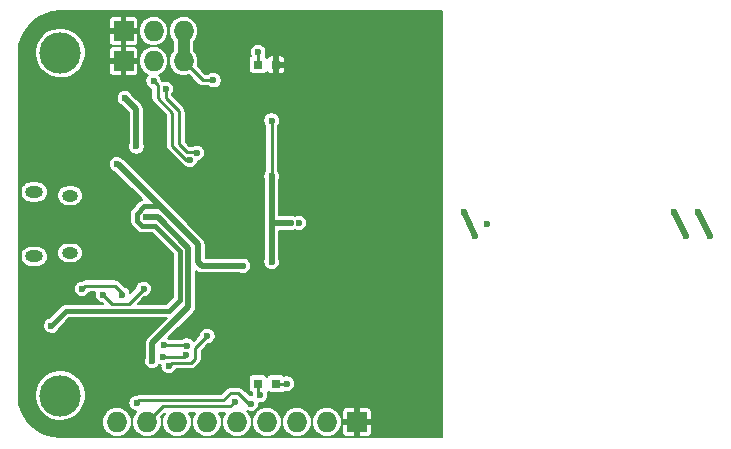
<source format=gbl>
G04 #@! TF.FileFunction,Copper,L2,Bot,Signal*
%FSLAX46Y46*%
G04 Gerber Fmt 4.6, Leading zero omitted, Abs format (unit mm)*
G04 Created by KiCad (PCBNEW 4.0.2+dfsg1-stable) date ned 09 jul 2017 09:25:13 CEST*
%MOMM*%
G01*
G04 APERTURE LIST*
%ADD10C,0.100000*%
%ADD11C,3.500000*%
%ADD12C,0.600000*%
%ADD13R,1.727200X1.727200*%
%ADD14O,1.727200X1.727200*%
%ADD15O,1.350000X0.940000*%
%ADD16O,1.500000X1.000000*%
%ADD17C,0.500000*%
%ADD18O,0.600000X0.600000*%
%ADD19R,0.797560X0.797560*%
%ADD20C,0.280000*%
%ADD21C,0.400000*%
%ADD22C,1.000000*%
%ADD23C,0.200000*%
G04 APERTURE END LIST*
D10*
D11*
X4000000Y3996400D03*
X4000000Y32996400D03*
D12*
X24100000Y14610000D03*
X24100000Y15660000D03*
X22970000Y15670000D03*
X21050000Y16780000D03*
X21060000Y20180000D03*
X8990000Y4060000D03*
X16210000Y4580000D03*
X14570000Y4580000D03*
X10700000Y4950000D03*
X12570000Y12040000D03*
X8260000Y7260000D03*
X8640000Y5060000D03*
X10400000Y13830000D03*
X1050000Y13000000D03*
X2130000Y13000000D03*
X3190000Y13000000D03*
X6310000Y14280000D03*
X6310000Y15180000D03*
X6310000Y16040000D03*
X6310000Y16830000D03*
X6310000Y17610000D03*
X19430000Y23150000D03*
X18200000Y23150000D03*
X24670000Y22930000D03*
X23630000Y22930000D03*
X16390000Y11700000D03*
X20540000Y16230000D03*
X20560000Y17310000D03*
X3180000Y8570000D03*
X4260000Y7570000D03*
X7210000Y9550000D03*
X9800000Y10200000D03*
X12480000Y10380000D03*
X28210000Y18500000D03*
D13*
X29120000Y1750000D03*
D14*
X26580000Y1750000D03*
X24040000Y1750000D03*
X21500000Y1750000D03*
X18960000Y1750000D03*
X16420000Y1750000D03*
X13880000Y1750000D03*
X11340000Y1750000D03*
X8800000Y1750000D03*
D13*
X9360000Y34850000D03*
D14*
X11900000Y34850000D03*
X14440000Y34850000D03*
D13*
X9360000Y32310000D03*
D14*
X11900000Y32310000D03*
X14440000Y32310000D03*
D15*
X4830000Y20921400D03*
X4830000Y16071400D03*
D16*
X1800000Y21221400D03*
X1800000Y15771400D03*
D12*
X27070000Y18500000D03*
D17*
X58001151Y19496937D02*
X58998849Y17495863D01*
X56001151Y19496937D02*
X56998849Y17495863D01*
X38151151Y19496937D02*
X39148849Y17495863D01*
D18*
X40150000Y18496400D03*
X39150000Y17496400D03*
X38150000Y19496400D03*
X57000000Y17496400D03*
X56000000Y19496400D03*
X58000000Y19496400D03*
X59000000Y17496400D03*
D19*
X20760700Y32000000D03*
X22259300Y32000000D03*
X20750700Y5000000D03*
X22249300Y5000000D03*
D12*
X11790000Y6940000D03*
X18780000Y3460000D03*
X10440000Y25090000D03*
X11230000Y19080000D03*
X9470000Y29190000D03*
X20610000Y19740000D03*
X8400000Y27250000D03*
X6150000Y27250000D03*
X26000000Y18496400D03*
X3260000Y9920000D03*
X19450000Y14980000D03*
X8820000Y23560000D03*
X21900000Y15320000D03*
X16960000Y30700000D03*
X21900000Y27280000D03*
X21900000Y22540000D03*
X24220000Y18610000D03*
X23560000Y18610000D03*
X20760000Y33050000D03*
X23170000Y5000000D03*
X20130000Y3320000D03*
X10470000Y3360000D03*
X14720000Y8230000D03*
X12780000Y8280000D03*
X14690000Y7410000D03*
X12700000Y7280000D03*
X13190000Y6500000D03*
X16450000Y9030000D03*
X12930000Y29940000D03*
X15580000Y24540000D03*
X11900000Y30630000D03*
X14970000Y23950000D03*
X11060000Y13020000D03*
X7650000Y12530000D03*
X5860000Y13020000D03*
X9260000Y12530000D03*
X20930000Y4030000D03*
D17*
X11790000Y6940000D02*
X11790000Y8410000D01*
X11790000Y8410000D02*
X14860000Y11480000D01*
X14860000Y11480000D02*
X14860000Y16480000D01*
X14860000Y16480000D02*
X12260000Y19080000D01*
X12260000Y19080000D02*
X11230000Y19080000D01*
D20*
X18390000Y3070000D02*
X12660000Y3070000D01*
X12660000Y3070000D02*
X11340000Y1750000D01*
X18780000Y3460000D02*
X18390000Y3070000D01*
D17*
X10440000Y25090000D02*
X10440000Y28220000D01*
X10440000Y28220000D02*
X9470000Y29190000D01*
D21*
X3260000Y9920000D02*
X4510000Y11170000D01*
X4510000Y11170000D02*
X13240000Y11170000D01*
X13240000Y11170000D02*
X14140000Y12070000D01*
X14140000Y12070000D02*
X14140000Y16200000D01*
X14140000Y16200000D02*
X11990000Y18350000D01*
X11990000Y18350000D02*
X10940000Y18350000D01*
X10940000Y18350000D02*
X10480000Y18810000D01*
X10480000Y18810000D02*
X10480000Y19400000D01*
X10480000Y19400000D02*
X11090000Y20010000D01*
X11090000Y20010000D02*
X12460000Y20010000D01*
D17*
X8910000Y23560000D02*
X12460000Y20010000D01*
X12460000Y20010000D02*
X15660000Y16810000D01*
X8820000Y23560000D02*
X8910000Y23560000D01*
X15660000Y15330000D02*
X16010000Y14980000D01*
X15660000Y16810000D02*
X15660000Y15330000D01*
X16010000Y14980000D02*
X19450000Y14980000D01*
X21900000Y15320000D02*
X21900000Y18620000D01*
D20*
X16960000Y30700000D02*
X16050000Y30700000D01*
X16050000Y30700000D02*
X14440000Y32310000D01*
X21900000Y22540000D02*
X21900000Y27280000D01*
D17*
X21900000Y22540000D02*
X21900000Y18620000D01*
X23560000Y18610000D02*
X21910000Y18610000D01*
X21910000Y18610000D02*
X21900000Y18620000D01*
D22*
X14440000Y34850000D02*
X14440000Y32310000D01*
D20*
X20760000Y33050000D02*
X20760700Y33049300D01*
X20760700Y33049300D02*
X20760700Y32000000D01*
X22249300Y5000000D02*
X23170000Y5000000D01*
X17810000Y3580000D02*
X10690000Y3580000D01*
X20130000Y3320000D02*
X19960000Y3320000D01*
X19960000Y3320000D02*
X19090000Y4190000D01*
X19090000Y4190000D02*
X18420000Y4190000D01*
X10690000Y3580000D02*
X10470000Y3360000D01*
X18420000Y4190000D02*
X17810000Y3580000D01*
X14720000Y8230000D02*
X14670000Y8280000D01*
X14670000Y8280000D02*
X12780000Y8280000D01*
X14560000Y7280000D02*
X12700000Y7280000D01*
X14690000Y7410000D02*
X14560000Y7280000D01*
X15070000Y6740000D02*
X13430000Y6740000D01*
X13430000Y6740000D02*
X13190000Y6500000D01*
X15430000Y7100000D02*
X15070000Y6740000D01*
X15430000Y8010000D02*
X16450000Y9030000D01*
X15430000Y7100000D02*
X15430000Y8010000D01*
X16450000Y8960000D02*
X16450000Y9030000D01*
X12930000Y29940000D02*
X12930000Y29200000D01*
X14070000Y28060000D02*
X14070000Y25250000D01*
X12930000Y29200000D02*
X14070000Y28060000D01*
X14070000Y25250000D02*
X14700000Y24620000D01*
X14700000Y24620000D02*
X15500000Y24620000D01*
X15500000Y24620000D02*
X15580000Y24540000D01*
X11900000Y30630000D02*
X12250000Y30280000D01*
X12250000Y30280000D02*
X12250000Y29190000D01*
X12250000Y29190000D02*
X13490000Y27950000D01*
X13490000Y27950000D02*
X13490000Y25140000D01*
X13490000Y25140000D02*
X14680000Y23950000D01*
X14680000Y23950000D02*
X14970000Y23950000D01*
X8410000Y11770000D02*
X9810000Y11770000D01*
X9810000Y11770000D02*
X11060000Y13020000D01*
X7650000Y12530000D02*
X8410000Y11770000D01*
X8620000Y13290000D02*
X6130000Y13290000D01*
X6130000Y13290000D02*
X5860000Y13020000D01*
X9260000Y12650000D02*
X8620000Y13290000D01*
X9260000Y12530000D02*
X9260000Y12650000D01*
X20750700Y5000000D02*
X20750700Y4209300D01*
X20750700Y4209300D02*
X20930000Y4030000D01*
D23*
G36*
X36300000Y475000D02*
X4023231Y475000D01*
X3315768Y544367D01*
X2657595Y743081D01*
X2050555Y1065850D01*
X1517768Y1500381D01*
X1306208Y1756114D01*
X7536400Y1756114D01*
X7536400Y1743886D01*
X7560465Y1498451D01*
X7631744Y1262365D01*
X7747521Y1044620D01*
X7903386Y853510D01*
X8093404Y696314D01*
X8310335Y579020D01*
X8545918Y506095D01*
X8791178Y480317D01*
X9036775Y502668D01*
X9273353Y572296D01*
X9491901Y686551D01*
X9684095Y841078D01*
X9842613Y1029994D01*
X9961419Y1246101D01*
X10035987Y1481169D01*
X10063477Y1726243D01*
X10063600Y1743886D01*
X10063600Y1756114D01*
X10039535Y2001549D01*
X9968256Y2237635D01*
X9852479Y2455380D01*
X9696614Y2646490D01*
X9506596Y2803686D01*
X9289665Y2920980D01*
X9054082Y2993905D01*
X8808822Y3019683D01*
X8563225Y2997332D01*
X8326647Y2927704D01*
X8108099Y2813449D01*
X7915905Y2658922D01*
X7757387Y2470006D01*
X7638581Y2253899D01*
X7564013Y2018831D01*
X7536523Y1773757D01*
X7536400Y1756114D01*
X1306208Y1756114D01*
X1079532Y2030117D01*
X752532Y2634892D01*
X549229Y3291656D01*
X494158Y3815622D01*
X1847174Y3815622D01*
X1923287Y3400912D01*
X2078502Y3008884D01*
X2306906Y2654470D01*
X2599800Y2351170D01*
X2946027Y2110537D01*
X3332399Y1941735D01*
X3744200Y1851194D01*
X4165744Y1842364D01*
X4580975Y1915581D01*
X4974077Y2068055D01*
X5330077Y2293979D01*
X5635414Y2584748D01*
X5878459Y2929287D01*
X6044020Y3301142D01*
X9769080Y3301142D01*
X9793861Y3166120D01*
X9844396Y3038483D01*
X9918760Y2923093D01*
X10014121Y2824344D01*
X10126846Y2745998D01*
X10252641Y2691039D01*
X10386716Y2661561D01*
X10457347Y2660081D01*
X10455905Y2658922D01*
X10297387Y2470006D01*
X10178581Y2253899D01*
X10104013Y2018831D01*
X10076523Y1773757D01*
X10076400Y1756114D01*
X10076400Y1743886D01*
X10100465Y1498451D01*
X10171744Y1262365D01*
X10287521Y1044620D01*
X10443386Y853510D01*
X10633404Y696314D01*
X10850335Y579020D01*
X11085918Y506095D01*
X11331178Y480317D01*
X11576775Y502668D01*
X11813353Y572296D01*
X12031901Y686551D01*
X12224095Y841078D01*
X12382613Y1029994D01*
X12501419Y1246101D01*
X12575987Y1481169D01*
X12603477Y1726243D01*
X12603600Y1743886D01*
X12603600Y1756114D01*
X12579535Y2001549D01*
X12527517Y2173841D01*
X12883676Y2530000D01*
X12887728Y2530000D01*
X12837387Y2470006D01*
X12718581Y2253899D01*
X12644013Y2018831D01*
X12616523Y1773757D01*
X12616400Y1756114D01*
X12616400Y1743886D01*
X12640465Y1498451D01*
X12711744Y1262365D01*
X12827521Y1044620D01*
X12983386Y853510D01*
X13173404Y696314D01*
X13390335Y579020D01*
X13625918Y506095D01*
X13871178Y480317D01*
X14116775Y502668D01*
X14353353Y572296D01*
X14571901Y686551D01*
X14764095Y841078D01*
X14922613Y1029994D01*
X15041419Y1246101D01*
X15115987Y1481169D01*
X15143477Y1726243D01*
X15143600Y1743886D01*
X15143600Y1756114D01*
X15119535Y2001549D01*
X15048256Y2237635D01*
X14932479Y2455380D01*
X14871621Y2530000D01*
X15427728Y2530000D01*
X15377387Y2470006D01*
X15258581Y2253899D01*
X15184013Y2018831D01*
X15156523Y1773757D01*
X15156400Y1756114D01*
X15156400Y1743886D01*
X15180465Y1498451D01*
X15251744Y1262365D01*
X15367521Y1044620D01*
X15523386Y853510D01*
X15713404Y696314D01*
X15930335Y579020D01*
X16165918Y506095D01*
X16411178Y480317D01*
X16656775Y502668D01*
X16893353Y572296D01*
X17111901Y686551D01*
X17304095Y841078D01*
X17462613Y1029994D01*
X17581419Y1246101D01*
X17655987Y1481169D01*
X17683477Y1726243D01*
X17683600Y1743886D01*
X17683600Y1756114D01*
X17659535Y2001549D01*
X17588256Y2237635D01*
X17472479Y2455380D01*
X17411621Y2530000D01*
X17967728Y2530000D01*
X17917387Y2470006D01*
X17798581Y2253899D01*
X17724013Y2018831D01*
X17696523Y1773757D01*
X17696400Y1756114D01*
X17696400Y1743886D01*
X17720465Y1498451D01*
X17791744Y1262365D01*
X17907521Y1044620D01*
X18063386Y853510D01*
X18253404Y696314D01*
X18470335Y579020D01*
X18705918Y506095D01*
X18951178Y480317D01*
X19196775Y502668D01*
X19433353Y572296D01*
X19651901Y686551D01*
X19844095Y841078D01*
X20002613Y1029994D01*
X20121419Y1246101D01*
X20195987Y1481169D01*
X20223477Y1726243D01*
X20223600Y1743886D01*
X20223600Y1756114D01*
X20236400Y1756114D01*
X20236400Y1743886D01*
X20260465Y1498451D01*
X20331744Y1262365D01*
X20447521Y1044620D01*
X20603386Y853510D01*
X20793404Y696314D01*
X21010335Y579020D01*
X21245918Y506095D01*
X21491178Y480317D01*
X21736775Y502668D01*
X21973353Y572296D01*
X22191901Y686551D01*
X22384095Y841078D01*
X22542613Y1029994D01*
X22661419Y1246101D01*
X22735987Y1481169D01*
X22763477Y1726243D01*
X22763600Y1743886D01*
X22763600Y1756114D01*
X22776400Y1756114D01*
X22776400Y1743886D01*
X22800465Y1498451D01*
X22871744Y1262365D01*
X22987521Y1044620D01*
X23143386Y853510D01*
X23333404Y696314D01*
X23550335Y579020D01*
X23785918Y506095D01*
X24031178Y480317D01*
X24276775Y502668D01*
X24513353Y572296D01*
X24731901Y686551D01*
X24924095Y841078D01*
X25082613Y1029994D01*
X25201419Y1246101D01*
X25275987Y1481169D01*
X25303477Y1726243D01*
X25303600Y1743886D01*
X25303600Y1756114D01*
X25316400Y1756114D01*
X25316400Y1743886D01*
X25340465Y1498451D01*
X25411744Y1262365D01*
X25527521Y1044620D01*
X25683386Y853510D01*
X25873404Y696314D01*
X26090335Y579020D01*
X26325918Y506095D01*
X26571178Y480317D01*
X26816775Y502668D01*
X27053353Y572296D01*
X27271901Y686551D01*
X27464095Y841078D01*
X27622613Y1029994D01*
X27741419Y1246101D01*
X27815987Y1481169D01*
X27817650Y1496000D01*
X27856400Y1496000D01*
X27856400Y847003D01*
X27871772Y769724D01*
X27901925Y696929D01*
X27945700Y631414D01*
X28001415Y575699D01*
X28066929Y531924D01*
X28139725Y501772D01*
X28217004Y486400D01*
X28866000Y486400D01*
X28966000Y586400D01*
X28966000Y1596000D01*
X29274000Y1596000D01*
X29274000Y586400D01*
X29374000Y486400D01*
X30022996Y486400D01*
X30100275Y501772D01*
X30173071Y531924D01*
X30238585Y575699D01*
X30294300Y631414D01*
X30338075Y696929D01*
X30368228Y769724D01*
X30383600Y847003D01*
X30383600Y1496000D01*
X30283600Y1596000D01*
X29274000Y1596000D01*
X28966000Y1596000D01*
X27956400Y1596000D01*
X27856400Y1496000D01*
X27817650Y1496000D01*
X27843477Y1726243D01*
X27843600Y1743886D01*
X27843600Y1756114D01*
X27819535Y2001549D01*
X27748256Y2237635D01*
X27632479Y2455380D01*
X27476614Y2646490D01*
X27468749Y2652997D01*
X27856400Y2652997D01*
X27856400Y2004000D01*
X27956400Y1904000D01*
X28966000Y1904000D01*
X28966000Y2913600D01*
X29274000Y2913600D01*
X29274000Y1904000D01*
X30283600Y1904000D01*
X30383600Y2004000D01*
X30383600Y2652997D01*
X30368228Y2730276D01*
X30338075Y2803071D01*
X30294300Y2868586D01*
X30238585Y2924301D01*
X30173071Y2968076D01*
X30100275Y2998228D01*
X30022996Y3013600D01*
X29374000Y3013600D01*
X29274000Y2913600D01*
X28966000Y2913600D01*
X28866000Y3013600D01*
X28217004Y3013600D01*
X28139725Y2998228D01*
X28066929Y2968076D01*
X28001415Y2924301D01*
X27945700Y2868586D01*
X27901925Y2803071D01*
X27871772Y2730276D01*
X27856400Y2652997D01*
X27468749Y2652997D01*
X27286596Y2803686D01*
X27069665Y2920980D01*
X26834082Y2993905D01*
X26588822Y3019683D01*
X26343225Y2997332D01*
X26106647Y2927704D01*
X25888099Y2813449D01*
X25695905Y2658922D01*
X25537387Y2470006D01*
X25418581Y2253899D01*
X25344013Y2018831D01*
X25316523Y1773757D01*
X25316400Y1756114D01*
X25303600Y1756114D01*
X25279535Y2001549D01*
X25208256Y2237635D01*
X25092479Y2455380D01*
X24936614Y2646490D01*
X24746596Y2803686D01*
X24529665Y2920980D01*
X24294082Y2993905D01*
X24048822Y3019683D01*
X23803225Y2997332D01*
X23566647Y2927704D01*
X23348099Y2813449D01*
X23155905Y2658922D01*
X22997387Y2470006D01*
X22878581Y2253899D01*
X22804013Y2018831D01*
X22776523Y1773757D01*
X22776400Y1756114D01*
X22763600Y1756114D01*
X22739535Y2001549D01*
X22668256Y2237635D01*
X22552479Y2455380D01*
X22396614Y2646490D01*
X22206596Y2803686D01*
X21989665Y2920980D01*
X21754082Y2993905D01*
X21508822Y3019683D01*
X21263225Y2997332D01*
X21026647Y2927704D01*
X20808099Y2813449D01*
X20615905Y2658922D01*
X20457387Y2470006D01*
X20338581Y2253899D01*
X20264013Y2018831D01*
X20236523Y1773757D01*
X20236400Y1756114D01*
X20223600Y1756114D01*
X20199535Y2001549D01*
X20128256Y2237635D01*
X20012479Y2455380D01*
X19856614Y2646490D01*
X19773303Y2715411D01*
X19786846Y2705998D01*
X19912641Y2651039D01*
X20046716Y2621561D01*
X20183963Y2618686D01*
X20319155Y2642524D01*
X20447141Y2692167D01*
X20563048Y2765723D01*
X20662460Y2860392D01*
X20741591Y2972568D01*
X20797427Y3097977D01*
X20827841Y3231842D01*
X20829287Y3335393D01*
X20846716Y3331561D01*
X20983963Y3328686D01*
X21119155Y3352524D01*
X21247141Y3402167D01*
X21363048Y3475723D01*
X21462460Y3570392D01*
X21541591Y3682568D01*
X21597427Y3807977D01*
X21627841Y3941842D01*
X21630030Y4098639D01*
X21603366Y4233301D01*
X21567972Y4319174D01*
X21635434Y4261677D01*
X21738544Y4215198D01*
X21850520Y4199285D01*
X22648080Y4199285D01*
X22711778Y4204365D01*
X22819818Y4237822D01*
X22914259Y4300055D01*
X22943915Y4334851D01*
X22952641Y4331039D01*
X23086716Y4301561D01*
X23223963Y4298686D01*
X23359155Y4322524D01*
X23487141Y4372167D01*
X23603048Y4445723D01*
X23702460Y4540392D01*
X23781591Y4652568D01*
X23837427Y4777977D01*
X23867841Y4911842D01*
X23870030Y5068639D01*
X23843366Y5203301D01*
X23791054Y5330220D01*
X23715086Y5444561D01*
X23618356Y5541969D01*
X23504548Y5618733D01*
X23377997Y5671930D01*
X23243524Y5699534D01*
X23106250Y5700492D01*
X22971405Y5674769D01*
X22948563Y5665540D01*
X22863166Y5738323D01*
X22760056Y5784802D01*
X22648080Y5800715D01*
X21850520Y5800715D01*
X21786822Y5795635D01*
X21678782Y5762178D01*
X21584341Y5699945D01*
X21510977Y5613866D01*
X21500146Y5589839D01*
X21450645Y5664959D01*
X21364566Y5738323D01*
X21261456Y5784802D01*
X21149480Y5800715D01*
X20351920Y5800715D01*
X20288222Y5795635D01*
X20180182Y5762178D01*
X20085741Y5699945D01*
X20012377Y5613866D01*
X19965898Y5510756D01*
X19949985Y5398780D01*
X19949985Y4601220D01*
X19955065Y4537522D01*
X19988522Y4429482D01*
X20050755Y4335041D01*
X20136834Y4261677D01*
X20210700Y4228380D01*
X20210700Y4209300D01*
X20215571Y4159624D01*
X20219915Y4109966D01*
X20220707Y4107241D01*
X20220984Y4104413D01*
X20230501Y4072891D01*
X20229681Y4014165D01*
X20203524Y4019534D01*
X20066250Y4020492D01*
X20030083Y4013593D01*
X19471838Y4571838D01*
X19433254Y4603531D01*
X19395082Y4635561D01*
X19392595Y4636928D01*
X19390399Y4638732D01*
X19346402Y4662323D01*
X19302729Y4686333D01*
X19300025Y4687191D01*
X19297520Y4688534D01*
X19249817Y4703118D01*
X19202272Y4718200D01*
X19199447Y4718517D01*
X19196735Y4719346D01*
X19147158Y4724382D01*
X19097540Y4729947D01*
X19091983Y4729986D01*
X19091885Y4729996D01*
X19091794Y4729987D01*
X19090000Y4730000D01*
X18420000Y4730000D01*
X18370324Y4725129D01*
X18320666Y4720785D01*
X18317941Y4719993D01*
X18315113Y4719716D01*
X18267328Y4705289D01*
X18219461Y4691382D01*
X18216942Y4690076D01*
X18214222Y4689255D01*
X18170208Y4665852D01*
X18125894Y4642882D01*
X18123671Y4641107D01*
X18121169Y4639777D01*
X18082577Y4608302D01*
X18043531Y4577132D01*
X18039577Y4573232D01*
X18039498Y4573168D01*
X18039438Y4573095D01*
X18038162Y4571837D01*
X17586324Y4120000D01*
X10690000Y4120000D01*
X10640324Y4115129D01*
X10590666Y4110785D01*
X10587941Y4109993D01*
X10585113Y4109716D01*
X10537361Y4095299D01*
X10489462Y4081383D01*
X10486940Y4080075D01*
X10484222Y4079255D01*
X10448382Y4060198D01*
X10406250Y4060492D01*
X10271405Y4034769D01*
X10144124Y3983344D01*
X10029255Y3908176D01*
X9931174Y3812128D01*
X9853617Y3698859D01*
X9799538Y3572683D01*
X9770997Y3438406D01*
X9769080Y3301142D01*
X6044020Y3301142D01*
X6049955Y3314471D01*
X6143368Y3725630D01*
X6150092Y4207218D01*
X6068196Y4620825D01*
X5907523Y5010648D01*
X5674192Y5361838D01*
X5377093Y5661019D01*
X5027540Y5896795D01*
X4638849Y6060186D01*
X4225824Y6144968D01*
X3804197Y6147912D01*
X3390029Y6068905D01*
X2999094Y5910957D01*
X2646283Y5680084D01*
X2345035Y5385080D01*
X2106824Y5037182D01*
X1940724Y4649641D01*
X1853061Y4237218D01*
X1847174Y3815622D01*
X494158Y3815622D01*
X475010Y3997794D01*
X475000Y4000786D01*
X475000Y9861142D01*
X2559080Y9861142D01*
X2583861Y9726120D01*
X2634396Y9598483D01*
X2708760Y9483093D01*
X2804121Y9384344D01*
X2916846Y9305998D01*
X3042641Y9251039D01*
X3176716Y9221561D01*
X3313963Y9218686D01*
X3449155Y9242524D01*
X3577141Y9292167D01*
X3693048Y9365723D01*
X3792460Y9460392D01*
X3871591Y9572568D01*
X3927427Y9697977D01*
X3939458Y9750930D01*
X4758528Y10570000D01*
X13030761Y10570000D01*
X11330381Y8869619D01*
X11292296Y8823254D01*
X11253676Y8777229D01*
X11252028Y8774231D01*
X11249860Y8771592D01*
X11221486Y8718676D01*
X11192562Y8666062D01*
X11191529Y8662806D01*
X11189913Y8659792D01*
X11172347Y8602336D01*
X11154204Y8545143D01*
X11153823Y8541749D01*
X11152823Y8538477D01*
X11146754Y8478729D01*
X11140063Y8419075D01*
X11140017Y8412393D01*
X11140004Y8412269D01*
X11140015Y8412153D01*
X11140000Y8410000D01*
X11140000Y7200425D01*
X11119538Y7152683D01*
X11090997Y7018406D01*
X11089080Y6881142D01*
X11113861Y6746120D01*
X11164396Y6618483D01*
X11238760Y6503093D01*
X11334121Y6404344D01*
X11446846Y6325998D01*
X11572641Y6271039D01*
X11706716Y6241561D01*
X11843963Y6238686D01*
X11979155Y6262524D01*
X12107141Y6312167D01*
X12223048Y6385723D01*
X12322460Y6480392D01*
X12401591Y6592568D01*
X12421674Y6637675D01*
X12482641Y6611039D01*
X12497251Y6607827D01*
X12490997Y6578406D01*
X12489080Y6441142D01*
X12513861Y6306120D01*
X12564396Y6178483D01*
X12638760Y6063093D01*
X12734121Y5964344D01*
X12846846Y5885998D01*
X12972641Y5831039D01*
X13106716Y5801561D01*
X13243963Y5798686D01*
X13379155Y5822524D01*
X13507141Y5872167D01*
X13623048Y5945723D01*
X13722460Y6040392D01*
X13801591Y6152568D01*
X13822709Y6200000D01*
X15070000Y6200000D01*
X15119676Y6204871D01*
X15169334Y6209215D01*
X15172059Y6210007D01*
X15174887Y6210284D01*
X15222639Y6224701D01*
X15270538Y6238617D01*
X15273060Y6239925D01*
X15275778Y6240745D01*
X15319775Y6264139D01*
X15364106Y6287118D01*
X15366329Y6288893D01*
X15368831Y6290223D01*
X15407423Y6321698D01*
X15446469Y6352868D01*
X15450428Y6356771D01*
X15450502Y6356832D01*
X15450559Y6356901D01*
X15451838Y6358162D01*
X15811838Y6718162D01*
X15843531Y6756746D01*
X15875561Y6794918D01*
X15876928Y6797405D01*
X15878732Y6799601D01*
X15902313Y6843579D01*
X15926333Y6887271D01*
X15927191Y6889977D01*
X15928534Y6892481D01*
X15943113Y6940169D01*
X15958200Y6987728D01*
X15958517Y6990553D01*
X15959346Y6993265D01*
X15964382Y7042842D01*
X15969947Y7092460D01*
X15969986Y7098017D01*
X15969996Y7098115D01*
X15969987Y7098206D01*
X15970000Y7100000D01*
X15970000Y7786324D01*
X16514160Y8330484D01*
X16639155Y8352524D01*
X16767141Y8402167D01*
X16883048Y8475723D01*
X16982460Y8570392D01*
X17061591Y8682568D01*
X17117427Y8807977D01*
X17147841Y8941842D01*
X17150030Y9098639D01*
X17123366Y9233301D01*
X17071054Y9360220D01*
X16995086Y9474561D01*
X16898356Y9571969D01*
X16784548Y9648733D01*
X16657997Y9701930D01*
X16523524Y9729534D01*
X16386250Y9730492D01*
X16251405Y9704769D01*
X16124124Y9653344D01*
X16009255Y9578176D01*
X15911174Y9482128D01*
X15833617Y9368859D01*
X15779538Y9242683D01*
X15750997Y9108406D01*
X15750802Y9094478D01*
X15291352Y8635028D01*
X15265086Y8674561D01*
X15168356Y8771969D01*
X15054548Y8848733D01*
X14927997Y8901930D01*
X14793524Y8929534D01*
X14656250Y8930492D01*
X14521405Y8904769D01*
X14394124Y8853344D01*
X14343169Y8820000D01*
X13230311Y8820000D01*
X13228356Y8821969D01*
X13164368Y8865129D01*
X15319620Y11020381D01*
X15357729Y11066776D01*
X15396324Y11112771D01*
X15397972Y11115768D01*
X15400140Y11118408D01*
X15428514Y11171324D01*
X15457438Y11223938D01*
X15458471Y11227194D01*
X15460087Y11230208D01*
X15477653Y11287664D01*
X15495796Y11344857D01*
X15496177Y11348251D01*
X15497177Y11351523D01*
X15503246Y11411271D01*
X15509937Y11470925D01*
X15509983Y11477607D01*
X15509996Y11477731D01*
X15509985Y11477847D01*
X15510000Y11480000D01*
X15510000Y14560761D01*
X15550381Y14520380D01*
X15596776Y14482271D01*
X15642771Y14443676D01*
X15645768Y14442028D01*
X15648408Y14439860D01*
X15701324Y14411486D01*
X15753938Y14382562D01*
X15757194Y14381529D01*
X15760208Y14379913D01*
X15817664Y14362347D01*
X15874857Y14344204D01*
X15878251Y14343823D01*
X15881523Y14342823D01*
X15941271Y14336754D01*
X16000925Y14330063D01*
X16007607Y14330017D01*
X16007731Y14330004D01*
X16007847Y14330015D01*
X16010000Y14330000D01*
X19189241Y14330000D01*
X19232641Y14311039D01*
X19366716Y14281561D01*
X19503963Y14278686D01*
X19639155Y14302524D01*
X19767141Y14352167D01*
X19883048Y14425723D01*
X19982460Y14520392D01*
X20061591Y14632568D01*
X20117427Y14757977D01*
X20147841Y14891842D01*
X20150030Y15048639D01*
X20123366Y15183301D01*
X20071054Y15310220D01*
X19995086Y15424561D01*
X19898356Y15521969D01*
X19784548Y15598733D01*
X19657997Y15651930D01*
X19523524Y15679534D01*
X19386250Y15680492D01*
X19251405Y15654769D01*
X19190100Y15630000D01*
X16310000Y15630000D01*
X16310000Y16810000D01*
X16304140Y16869770D01*
X16298908Y16929569D01*
X16297954Y16932851D01*
X16297621Y16936252D01*
X16280260Y16993756D01*
X16263515Y17051390D01*
X16261944Y17054421D01*
X16260955Y17057696D01*
X16232747Y17110748D01*
X16205136Y17164015D01*
X16203005Y17166684D01*
X16201399Y17169705D01*
X16163452Y17216232D01*
X16125992Y17263158D01*
X16121298Y17267917D01*
X16121221Y17268012D01*
X16121133Y17268085D01*
X16119619Y17269620D01*
X12919691Y20469547D01*
X12919619Y20469620D01*
X9369619Y24019619D01*
X9323254Y24057704D01*
X9277229Y24096324D01*
X9274231Y24097972D01*
X9271592Y24100140D01*
X9268555Y24101768D01*
X9268356Y24101969D01*
X9154548Y24178733D01*
X9027997Y24231930D01*
X8893524Y24259534D01*
X8756250Y24260492D01*
X8621405Y24234769D01*
X8494124Y24183344D01*
X8379255Y24108176D01*
X8281174Y24012128D01*
X8203617Y23898859D01*
X8149538Y23772683D01*
X8120997Y23638406D01*
X8119080Y23501142D01*
X8143861Y23366120D01*
X8194396Y23238483D01*
X8268760Y23123093D01*
X8364121Y23024344D01*
X8476846Y22945998D01*
X8602641Y22891039D01*
X8675810Y22874952D01*
X10957121Y20593640D01*
X10920362Y20582542D01*
X10867179Y20567091D01*
X10864381Y20565641D01*
X10861358Y20564728D01*
X10812388Y20538690D01*
X10763216Y20513202D01*
X10760751Y20511235D01*
X10757965Y20509753D01*
X10715022Y20474730D01*
X10671700Y20440146D01*
X10667309Y20435816D01*
X10667219Y20435742D01*
X10667150Y20435658D01*
X10665736Y20434264D01*
X10055736Y19824264D01*
X10020561Y19781441D01*
X9984932Y19738980D01*
X9983413Y19736216D01*
X9981409Y19733777D01*
X9955201Y19684899D01*
X9928519Y19636365D01*
X9927566Y19633360D01*
X9926074Y19630578D01*
X9909865Y19577560D01*
X9893111Y19524747D01*
X9892759Y19521612D01*
X9891837Y19518595D01*
X9886241Y19463496D01*
X9880058Y19408377D01*
X9880015Y19402205D01*
X9880004Y19402094D01*
X9880014Y19401991D01*
X9880000Y19400000D01*
X9880000Y18810000D01*
X9885409Y18754830D01*
X9890239Y18699629D01*
X9891119Y18696600D01*
X9891427Y18693459D01*
X9907458Y18640362D01*
X9922909Y18587179D01*
X9924359Y18584381D01*
X9925272Y18581358D01*
X9951289Y18532427D01*
X9976797Y18483216D01*
X9978767Y18480748D01*
X9980247Y18477965D01*
X10015248Y18435050D01*
X10049854Y18391700D01*
X10054184Y18387309D01*
X10054258Y18387219D01*
X10054342Y18387150D01*
X10055736Y18385736D01*
X10515736Y17925736D01*
X10558559Y17890561D01*
X10601020Y17854932D01*
X10603784Y17853413D01*
X10606223Y17851409D01*
X10655101Y17825201D01*
X10703635Y17798519D01*
X10706640Y17797566D01*
X10709422Y17796074D01*
X10762440Y17779865D01*
X10815253Y17763111D01*
X10818388Y17762759D01*
X10821405Y17761837D01*
X10876504Y17756241D01*
X10931623Y17750058D01*
X10937795Y17750015D01*
X10937906Y17750004D01*
X10938009Y17750014D01*
X10940000Y17750000D01*
X11741472Y17750000D01*
X13540000Y15951472D01*
X13540000Y12318528D01*
X12991472Y11770000D01*
X10573676Y11770000D01*
X11124160Y12320484D01*
X11249155Y12342524D01*
X11377141Y12392167D01*
X11493048Y12465723D01*
X11592460Y12560392D01*
X11671591Y12672568D01*
X11727427Y12797977D01*
X11757841Y12931842D01*
X11760030Y13088639D01*
X11733366Y13223301D01*
X11681054Y13350220D01*
X11605086Y13464561D01*
X11508356Y13561969D01*
X11394548Y13638733D01*
X11267997Y13691930D01*
X11133524Y13719534D01*
X10996250Y13720492D01*
X10861405Y13694769D01*
X10734124Y13643344D01*
X10619255Y13568176D01*
X10521174Y13472128D01*
X10443617Y13358859D01*
X10389538Y13232683D01*
X10360997Y13098406D01*
X10360802Y13084478D01*
X9945970Y12669646D01*
X9933366Y12733301D01*
X9881054Y12860220D01*
X9805086Y12974561D01*
X9708356Y13071969D01*
X9594548Y13148733D01*
X9474464Y13199212D01*
X9001838Y13671838D01*
X8963254Y13703531D01*
X8925082Y13735561D01*
X8922595Y13736928D01*
X8920399Y13738732D01*
X8876402Y13762323D01*
X8832729Y13786333D01*
X8830025Y13787191D01*
X8827520Y13788534D01*
X8779817Y13803118D01*
X8732272Y13818200D01*
X8729447Y13818517D01*
X8726735Y13819346D01*
X8677158Y13824382D01*
X8627540Y13829947D01*
X8621983Y13829986D01*
X8621885Y13829996D01*
X8621794Y13829987D01*
X8620000Y13830000D01*
X6130000Y13830000D01*
X6080320Y13825129D01*
X6030667Y13820785D01*
X6027942Y13819993D01*
X6025113Y13819716D01*
X5977349Y13805295D01*
X5929462Y13791383D01*
X5926940Y13790075D01*
X5924222Y13789255D01*
X5880205Y13765850D01*
X5835895Y13742882D01*
X5833674Y13741109D01*
X5831169Y13739777D01*
X5807428Y13720414D01*
X5796250Y13720492D01*
X5661405Y13694769D01*
X5534124Y13643344D01*
X5419255Y13568176D01*
X5321174Y13472128D01*
X5243617Y13358859D01*
X5189538Y13232683D01*
X5160997Y13098406D01*
X5159080Y12961142D01*
X5183861Y12826120D01*
X5234396Y12698483D01*
X5308760Y12583093D01*
X5404121Y12484344D01*
X5516846Y12405998D01*
X5642641Y12351039D01*
X5776716Y12321561D01*
X5913963Y12318686D01*
X6049155Y12342524D01*
X6177141Y12392167D01*
X6293048Y12465723D01*
X6392460Y12560392D01*
X6471591Y12672568D01*
X6506066Y12750000D01*
X6982674Y12750000D01*
X6979538Y12742683D01*
X6950997Y12608406D01*
X6949080Y12471142D01*
X6973861Y12336120D01*
X7024396Y12208483D01*
X7098760Y12093093D01*
X7194121Y11994344D01*
X7306846Y11915998D01*
X7432641Y11861039D01*
X7566716Y11831561D01*
X7585150Y11831175D01*
X7646324Y11770000D01*
X4510000Y11770000D01*
X4454830Y11764591D01*
X4399629Y11759761D01*
X4396600Y11758881D01*
X4393459Y11758573D01*
X4340362Y11742542D01*
X4287179Y11727091D01*
X4284381Y11725641D01*
X4281358Y11724728D01*
X4232427Y11698711D01*
X4183216Y11673203D01*
X4180748Y11671233D01*
X4177965Y11669753D01*
X4135080Y11634777D01*
X4091700Y11600147D01*
X4087308Y11595814D01*
X4087219Y11595742D01*
X4087151Y11595660D01*
X4085736Y11594264D01*
X3092096Y10600624D01*
X3061405Y10594769D01*
X2934124Y10543344D01*
X2819255Y10468176D01*
X2721174Y10372128D01*
X2643617Y10258859D01*
X2589538Y10132683D01*
X2560997Y9998406D01*
X2559080Y9861142D01*
X475000Y9861142D01*
X475000Y15777683D01*
X644458Y15777683D01*
X660377Y15602757D01*
X709971Y15434254D01*
X791348Y15278593D01*
X901411Y15141703D01*
X1035966Y15028798D01*
X1189888Y14944178D01*
X1357315Y14891067D01*
X1531870Y14871488D01*
X1544436Y14871400D01*
X2055564Y14871400D01*
X2230375Y14888540D01*
X2398527Y14939309D01*
X2553616Y15021771D01*
X2689735Y15132786D01*
X2801698Y15268126D01*
X2885241Y15422636D01*
X2937182Y15590430D01*
X2955542Y15765117D01*
X2939623Y15940043D01*
X2899175Y16077474D01*
X3749820Y16077474D01*
X3765209Y15908378D01*
X3813149Y15745492D01*
X3891814Y15595020D01*
X3998208Y15462693D01*
X4128278Y15353551D01*
X4277070Y15271752D01*
X4438916Y15220412D01*
X4607652Y15201485D01*
X4619799Y15201400D01*
X5040201Y15201400D01*
X5209185Y15217969D01*
X5371732Y15267045D01*
X5521652Y15346759D01*
X5653233Y15454073D01*
X5761464Y15584902D01*
X5842222Y15734261D01*
X5892431Y15896462D01*
X5910180Y16065326D01*
X5894791Y16234422D01*
X5846851Y16397308D01*
X5768186Y16547780D01*
X5661792Y16680107D01*
X5531722Y16789249D01*
X5382930Y16871048D01*
X5221084Y16922388D01*
X5052348Y16941315D01*
X5040201Y16941400D01*
X4619799Y16941400D01*
X4450815Y16924831D01*
X4288268Y16875755D01*
X4138348Y16796041D01*
X4006767Y16688727D01*
X3898536Y16557898D01*
X3817778Y16408539D01*
X3767569Y16246338D01*
X3749820Y16077474D01*
X2899175Y16077474D01*
X2890029Y16108546D01*
X2808652Y16264207D01*
X2698589Y16401097D01*
X2564034Y16514002D01*
X2410112Y16598622D01*
X2242685Y16651733D01*
X2068130Y16671312D01*
X2055564Y16671400D01*
X1544436Y16671400D01*
X1369625Y16654260D01*
X1201473Y16603491D01*
X1046384Y16521029D01*
X910265Y16410014D01*
X798302Y16274674D01*
X714759Y16120164D01*
X662818Y15952370D01*
X644458Y15777683D01*
X475000Y15777683D01*
X475000Y21227683D01*
X644458Y21227683D01*
X660377Y21052757D01*
X709971Y20884254D01*
X791348Y20728593D01*
X901411Y20591703D01*
X1035966Y20478798D01*
X1189888Y20394178D01*
X1357315Y20341067D01*
X1531870Y20321488D01*
X1544436Y20321400D01*
X2055564Y20321400D01*
X2230375Y20338540D01*
X2398527Y20389309D01*
X2553616Y20471771D01*
X2689735Y20582786D01*
X2801698Y20718126D01*
X2885241Y20872636D01*
X2902216Y20927474D01*
X3749820Y20927474D01*
X3765209Y20758378D01*
X3813149Y20595492D01*
X3891814Y20445020D01*
X3998208Y20312693D01*
X4128278Y20203551D01*
X4277070Y20121752D01*
X4438916Y20070412D01*
X4607652Y20051485D01*
X4619799Y20051400D01*
X5040201Y20051400D01*
X5209185Y20067969D01*
X5371732Y20117045D01*
X5521652Y20196759D01*
X5653233Y20304073D01*
X5761464Y20434902D01*
X5842222Y20584261D01*
X5892431Y20746462D01*
X5910180Y20915326D01*
X5894791Y21084422D01*
X5846851Y21247308D01*
X5768186Y21397780D01*
X5661792Y21530107D01*
X5531722Y21639249D01*
X5382930Y21721048D01*
X5221084Y21772388D01*
X5052348Y21791315D01*
X5040201Y21791400D01*
X4619799Y21791400D01*
X4450815Y21774831D01*
X4288268Y21725755D01*
X4138348Y21646041D01*
X4006767Y21538727D01*
X3898536Y21407898D01*
X3817778Y21258539D01*
X3767569Y21096338D01*
X3749820Y20927474D01*
X2902216Y20927474D01*
X2937182Y21040430D01*
X2955542Y21215117D01*
X2939623Y21390043D01*
X2890029Y21558546D01*
X2808652Y21714207D01*
X2698589Y21851097D01*
X2564034Y21964002D01*
X2410112Y22048622D01*
X2242685Y22101733D01*
X2068130Y22121312D01*
X2055564Y22121400D01*
X1544436Y22121400D01*
X1369625Y22104260D01*
X1201473Y22053491D01*
X1046384Y21971029D01*
X910265Y21860014D01*
X798302Y21724674D01*
X714759Y21570164D01*
X662818Y21402370D01*
X644458Y21227683D01*
X475000Y21227683D01*
X475000Y29131142D01*
X8769080Y29131142D01*
X8793861Y28996120D01*
X8844396Y28868483D01*
X8918760Y28753093D01*
X9014121Y28654344D01*
X9126846Y28575998D01*
X9194183Y28546579D01*
X9790000Y27950761D01*
X9790000Y25350425D01*
X9769538Y25302683D01*
X9740997Y25168406D01*
X9739080Y25031142D01*
X9763861Y24896120D01*
X9814396Y24768483D01*
X9888760Y24653093D01*
X9984121Y24554344D01*
X10096846Y24475998D01*
X10222641Y24421039D01*
X10356716Y24391561D01*
X10493963Y24388686D01*
X10629155Y24412524D01*
X10757141Y24462167D01*
X10873048Y24535723D01*
X10972460Y24630392D01*
X11051591Y24742568D01*
X11107427Y24867977D01*
X11137841Y25001842D01*
X11140030Y25158639D01*
X11113366Y25293301D01*
X11090000Y25349991D01*
X11090000Y28220000D01*
X11084139Y28279774D01*
X11078908Y28339568D01*
X11077955Y28342850D01*
X11077621Y28346252D01*
X11060266Y28403735D01*
X11043516Y28461389D01*
X11041943Y28464424D01*
X11040955Y28467696D01*
X11012756Y28520731D01*
X10985136Y28574015D01*
X10983005Y28576684D01*
X10981399Y28579705D01*
X10943452Y28626232D01*
X10905992Y28673158D01*
X10901298Y28677917D01*
X10901221Y28678012D01*
X10901133Y28678085D01*
X10899619Y28679620D01*
X10113516Y29465722D01*
X10091054Y29520220D01*
X10015086Y29634561D01*
X9918356Y29731969D01*
X9804548Y29808733D01*
X9677997Y29861930D01*
X9543524Y29889534D01*
X9406250Y29890492D01*
X9271405Y29864769D01*
X9144124Y29813344D01*
X9029255Y29738176D01*
X8931174Y29642128D01*
X8853617Y29528859D01*
X8799538Y29402683D01*
X8770997Y29268406D01*
X8769080Y29131142D01*
X475000Y29131142D01*
X475000Y32815622D01*
X1847174Y32815622D01*
X1923287Y32400912D01*
X2078502Y32008884D01*
X2306906Y31654470D01*
X2599800Y31351170D01*
X2946027Y31110537D01*
X3332399Y30941735D01*
X3744200Y30851194D01*
X4165744Y30842364D01*
X4580975Y30915581D01*
X4974077Y31068055D01*
X5330077Y31293979D01*
X5635414Y31584748D01*
X5878459Y31929287D01*
X5934875Y32056000D01*
X8096400Y32056000D01*
X8096400Y31407003D01*
X8111772Y31329724D01*
X8141925Y31256929D01*
X8185700Y31191414D01*
X8241415Y31135699D01*
X8306929Y31091924D01*
X8379725Y31061772D01*
X8457004Y31046400D01*
X9106000Y31046400D01*
X9206000Y31146400D01*
X9206000Y32156000D01*
X9514000Y32156000D01*
X9514000Y31146400D01*
X9614000Y31046400D01*
X10262996Y31046400D01*
X10340275Y31061772D01*
X10413071Y31091924D01*
X10478585Y31135699D01*
X10534300Y31191414D01*
X10578075Y31256929D01*
X10608228Y31329724D01*
X10623600Y31407003D01*
X10623600Y32056000D01*
X10523600Y32156000D01*
X9514000Y32156000D01*
X9206000Y32156000D01*
X8196400Y32156000D01*
X8096400Y32056000D01*
X5934875Y32056000D01*
X6049955Y32314471D01*
X6050328Y32316114D01*
X10636400Y32316114D01*
X10636400Y32303886D01*
X10660465Y32058451D01*
X10731744Y31822365D01*
X10847521Y31604620D01*
X11003386Y31413510D01*
X11193404Y31256314D01*
X11410335Y31139020D01*
X11417124Y31136918D01*
X11361174Y31082128D01*
X11283617Y30968859D01*
X11229538Y30842683D01*
X11200997Y30708406D01*
X11199080Y30571142D01*
X11223861Y30436120D01*
X11274396Y30308483D01*
X11348760Y30193093D01*
X11444121Y30094344D01*
X11556846Y30015998D01*
X11682641Y29961039D01*
X11710000Y29955024D01*
X11710000Y29190000D01*
X11714871Y29140324D01*
X11719215Y29090666D01*
X11720007Y29087941D01*
X11720284Y29085113D01*
X11734701Y29037361D01*
X11748617Y28989462D01*
X11749925Y28986940D01*
X11750745Y28984222D01*
X11774139Y28940225D01*
X11797118Y28895894D01*
X11798893Y28893671D01*
X11800223Y28891169D01*
X11831698Y28852577D01*
X11862868Y28813531D01*
X11866771Y28809572D01*
X11866832Y28809498D01*
X11866901Y28809441D01*
X11868162Y28808162D01*
X12950000Y27726324D01*
X12950000Y25140000D01*
X12954871Y25090324D01*
X12959215Y25040666D01*
X12960007Y25037941D01*
X12960284Y25035113D01*
X12974701Y24987361D01*
X12988617Y24939462D01*
X12989925Y24936940D01*
X12990745Y24934222D01*
X13014139Y24890225D01*
X13037118Y24845894D01*
X13038893Y24843671D01*
X13040223Y24841169D01*
X13071698Y24802577D01*
X13102868Y24763531D01*
X13106771Y24759572D01*
X13106832Y24759498D01*
X13106901Y24759441D01*
X13108162Y24758162D01*
X14298162Y23568162D01*
X14336768Y23536451D01*
X14374918Y23504439D01*
X14377402Y23503073D01*
X14379600Y23501268D01*
X14423619Y23477665D01*
X14467271Y23453667D01*
X14469975Y23452809D01*
X14472480Y23451466D01*
X14480699Y23448953D01*
X14514121Y23414344D01*
X14626846Y23335998D01*
X14752641Y23281039D01*
X14886716Y23251561D01*
X15023963Y23248686D01*
X15159155Y23272524D01*
X15287141Y23322167D01*
X15403048Y23395723D01*
X15502460Y23490392D01*
X15581591Y23602568D01*
X15637427Y23727977D01*
X15663774Y23843943D01*
X15769155Y23862524D01*
X15897141Y23912167D01*
X16013048Y23985723D01*
X16112460Y24080392D01*
X16191591Y24192568D01*
X16247427Y24317977D01*
X16277841Y24451842D01*
X16280030Y24608639D01*
X16253366Y24743301D01*
X16201054Y24870220D01*
X16125086Y24984561D01*
X16028356Y25081969D01*
X15914548Y25158733D01*
X15787997Y25211930D01*
X15653524Y25239534D01*
X15516250Y25240492D01*
X15381405Y25214769D01*
X15254124Y25163344D01*
X15249014Y25160000D01*
X14923675Y25160000D01*
X14610000Y25473676D01*
X14610000Y27221142D01*
X21199080Y27221142D01*
X21223861Y27086120D01*
X21274396Y26958483D01*
X21348760Y26843093D01*
X21360000Y26831454D01*
X21360000Y22990413D01*
X21283617Y22878859D01*
X21229538Y22752683D01*
X21200997Y22618406D01*
X21199080Y22481142D01*
X21223861Y22346120D01*
X21250000Y22280100D01*
X21250000Y15580425D01*
X21229538Y15532683D01*
X21200997Y15398406D01*
X21199080Y15261142D01*
X21223861Y15126120D01*
X21274396Y14998483D01*
X21348760Y14883093D01*
X21444121Y14784344D01*
X21556846Y14705998D01*
X21682641Y14651039D01*
X21816716Y14621561D01*
X21953963Y14618686D01*
X22089155Y14642524D01*
X22217141Y14692167D01*
X22333048Y14765723D01*
X22432460Y14860392D01*
X22511591Y14972568D01*
X22567427Y15097977D01*
X22597841Y15231842D01*
X22600030Y15388639D01*
X22573366Y15523301D01*
X22550000Y15579991D01*
X22550000Y17960000D01*
X23299241Y17960000D01*
X23342641Y17941039D01*
X23476716Y17911561D01*
X23613963Y17908686D01*
X23749155Y17932524D01*
X23877141Y17982167D01*
X23889929Y17990282D01*
X24002641Y17941039D01*
X24136716Y17911561D01*
X24273963Y17908686D01*
X24409155Y17932524D01*
X24537141Y17982167D01*
X24653048Y18055723D01*
X24752460Y18150392D01*
X24831591Y18262568D01*
X24887427Y18387977D01*
X24917841Y18521842D01*
X24920030Y18678639D01*
X24893366Y18813301D01*
X24841054Y18940220D01*
X24765086Y19054561D01*
X24668356Y19151969D01*
X24554548Y19228733D01*
X24427997Y19281930D01*
X24293524Y19309534D01*
X24156250Y19310492D01*
X24021405Y19284769D01*
X23894124Y19233344D01*
X23889999Y19230645D01*
X23767997Y19281930D01*
X23633524Y19309534D01*
X23496250Y19310492D01*
X23361405Y19284769D01*
X23300100Y19260000D01*
X22550000Y19260000D01*
X22550000Y22278836D01*
X22567427Y22317977D01*
X22597841Y22451842D01*
X22600030Y22608639D01*
X22573366Y22743301D01*
X22521054Y22870220D01*
X22445086Y22984561D01*
X22440000Y22989683D01*
X22440000Y26831081D01*
X22511591Y26932568D01*
X22567427Y27057977D01*
X22597841Y27191842D01*
X22600030Y27348639D01*
X22573366Y27483301D01*
X22521054Y27610220D01*
X22445086Y27724561D01*
X22348356Y27821969D01*
X22234548Y27898733D01*
X22107997Y27951930D01*
X21973524Y27979534D01*
X21836250Y27980492D01*
X21701405Y27954769D01*
X21574124Y27903344D01*
X21459255Y27828176D01*
X21361174Y27732128D01*
X21283617Y27618859D01*
X21229538Y27492683D01*
X21200997Y27358406D01*
X21199080Y27221142D01*
X14610000Y27221142D01*
X14610000Y28060000D01*
X14605125Y28109722D01*
X14600784Y28159334D01*
X14599994Y28162054D01*
X14599716Y28164887D01*
X14585276Y28212714D01*
X14571382Y28260539D01*
X14570076Y28263058D01*
X14569255Y28265778D01*
X14545852Y28309792D01*
X14522882Y28354106D01*
X14521107Y28356329D01*
X14519777Y28358831D01*
X14488277Y28397454D01*
X14457131Y28436469D01*
X14453233Y28440422D01*
X14453168Y28440502D01*
X14453094Y28440563D01*
X14451837Y28441838D01*
X13470000Y29423676D01*
X13470000Y29491081D01*
X13541591Y29592568D01*
X13597427Y29717977D01*
X13627841Y29851842D01*
X13630030Y30008639D01*
X13603366Y30143301D01*
X13551054Y30270220D01*
X13475086Y30384561D01*
X13378356Y30481969D01*
X13264548Y30558733D01*
X13137997Y30611930D01*
X13003524Y30639534D01*
X12866250Y30640492D01*
X12731405Y30614769D01*
X12685570Y30596250D01*
X12668264Y30617470D01*
X12637132Y30656468D01*
X12633233Y30660422D01*
X12633168Y30660502D01*
X12633094Y30660563D01*
X12631838Y30661837D01*
X12599961Y30693714D01*
X12600030Y30698639D01*
X12573366Y30833301D01*
X12521054Y30960220D01*
X12445086Y31074561D01*
X12382832Y31137251D01*
X12591901Y31246551D01*
X12784095Y31401078D01*
X12942613Y31589994D01*
X13061419Y31806101D01*
X13135987Y32041169D01*
X13163477Y32286243D01*
X13163600Y32303886D01*
X13163600Y32316114D01*
X13139535Y32561549D01*
X13068256Y32797635D01*
X12952479Y33015380D01*
X12796614Y33206490D01*
X12606596Y33363686D01*
X12389665Y33480980D01*
X12154082Y33553905D01*
X11908822Y33579683D01*
X11663225Y33557332D01*
X11426647Y33487704D01*
X11208099Y33373449D01*
X11015905Y33218922D01*
X10857387Y33030006D01*
X10738581Y32813899D01*
X10664013Y32578831D01*
X10636523Y32333757D01*
X10636400Y32316114D01*
X6050328Y32316114D01*
X6143368Y32725630D01*
X6150092Y33207218D01*
X6148948Y33212997D01*
X8096400Y33212997D01*
X8096400Y32564000D01*
X8196400Y32464000D01*
X9206000Y32464000D01*
X9206000Y33473600D01*
X9514000Y33473600D01*
X9514000Y32464000D01*
X10523600Y32464000D01*
X10623600Y32564000D01*
X10623600Y33212997D01*
X10608228Y33290276D01*
X10578075Y33363071D01*
X10534300Y33428586D01*
X10478585Y33484301D01*
X10413071Y33528076D01*
X10340275Y33558228D01*
X10262996Y33573600D01*
X9614000Y33573600D01*
X9514000Y33473600D01*
X9206000Y33473600D01*
X9106000Y33573600D01*
X8457004Y33573600D01*
X8379725Y33558228D01*
X8306929Y33528076D01*
X8241415Y33484301D01*
X8185700Y33428586D01*
X8141925Y33363071D01*
X8111772Y33290276D01*
X8096400Y33212997D01*
X6148948Y33212997D01*
X6068196Y33620825D01*
X5907523Y34010648D01*
X5674192Y34361838D01*
X5441660Y34596000D01*
X8096400Y34596000D01*
X8096400Y33947003D01*
X8111772Y33869724D01*
X8141925Y33796929D01*
X8185700Y33731414D01*
X8241415Y33675699D01*
X8306929Y33631924D01*
X8379725Y33601772D01*
X8457004Y33586400D01*
X9106000Y33586400D01*
X9206000Y33686400D01*
X9206000Y34696000D01*
X9514000Y34696000D01*
X9514000Y33686400D01*
X9614000Y33586400D01*
X10262996Y33586400D01*
X10340275Y33601772D01*
X10413071Y33631924D01*
X10478585Y33675699D01*
X10534300Y33731414D01*
X10578075Y33796929D01*
X10608228Y33869724D01*
X10623600Y33947003D01*
X10623600Y34596000D01*
X10523600Y34696000D01*
X9514000Y34696000D01*
X9206000Y34696000D01*
X8196400Y34696000D01*
X8096400Y34596000D01*
X5441660Y34596000D01*
X5377093Y34661019D01*
X5087853Y34856114D01*
X10636400Y34856114D01*
X10636400Y34843886D01*
X10660465Y34598451D01*
X10731744Y34362365D01*
X10847521Y34144620D01*
X11003386Y33953510D01*
X11193404Y33796314D01*
X11410335Y33679020D01*
X11645918Y33606095D01*
X11891178Y33580317D01*
X12136775Y33602668D01*
X12373353Y33672296D01*
X12591901Y33786551D01*
X12784095Y33941078D01*
X12942613Y34129994D01*
X13061419Y34346101D01*
X13135987Y34581169D01*
X13163477Y34826243D01*
X13163600Y34843886D01*
X13163600Y34856114D01*
X13176400Y34856114D01*
X13176400Y34843886D01*
X13200465Y34598451D01*
X13271744Y34362365D01*
X13387521Y34144620D01*
X13540000Y33957662D01*
X13540000Y33199967D01*
X13397387Y33030006D01*
X13278581Y32813899D01*
X13204013Y32578831D01*
X13176523Y32333757D01*
X13176400Y32316114D01*
X13176400Y32303886D01*
X13200465Y32058451D01*
X13271744Y31822365D01*
X13387521Y31604620D01*
X13543386Y31413510D01*
X13733404Y31256314D01*
X13950335Y31139020D01*
X14185918Y31066095D01*
X14431178Y31040317D01*
X14676775Y31062668D01*
X14867518Y31118806D01*
X15668162Y30318162D01*
X15706746Y30286469D01*
X15744918Y30254439D01*
X15747405Y30253072D01*
X15749601Y30251268D01*
X15793579Y30227687D01*
X15837271Y30203667D01*
X15839977Y30202809D01*
X15842481Y30201466D01*
X15890169Y30186887D01*
X15937728Y30171800D01*
X15940553Y30171483D01*
X15943265Y30170654D01*
X15992842Y30165618D01*
X16042460Y30160053D01*
X16048017Y30160014D01*
X16048115Y30160004D01*
X16048206Y30160013D01*
X16050000Y30160000D01*
X16510371Y30160000D01*
X16616846Y30085998D01*
X16742641Y30031039D01*
X16876716Y30001561D01*
X17013963Y29998686D01*
X17149155Y30022524D01*
X17277141Y30072167D01*
X17393048Y30145723D01*
X17492460Y30240392D01*
X17571591Y30352568D01*
X17627427Y30477977D01*
X17657841Y30611842D01*
X17660030Y30768639D01*
X17633366Y30903301D01*
X17581054Y31030220D01*
X17505086Y31144561D01*
X17408356Y31241969D01*
X17294548Y31318733D01*
X17167997Y31371930D01*
X17033524Y31399534D01*
X16896250Y31400492D01*
X16761405Y31374769D01*
X16634124Y31323344D01*
X16519255Y31248176D01*
X16510906Y31240000D01*
X16273676Y31240000D01*
X15626984Y31886692D01*
X15675987Y32041169D01*
X15703477Y32286243D01*
X15703600Y32303886D01*
X15703600Y32316114D01*
X15695495Y32398780D01*
X19959985Y32398780D01*
X19959985Y31601220D01*
X19965065Y31537522D01*
X19998522Y31429482D01*
X20060755Y31335041D01*
X20146834Y31261677D01*
X20249944Y31215198D01*
X20361920Y31199285D01*
X21159480Y31199285D01*
X21223178Y31204365D01*
X21331218Y31237822D01*
X21425659Y31300055D01*
X21499023Y31386134D01*
X21508746Y31407705D01*
X21549819Y31346235D01*
X21605534Y31290520D01*
X21671049Y31246745D01*
X21743844Y31216592D01*
X21821123Y31201220D01*
X22005300Y31201220D01*
X22105300Y31301220D01*
X22105300Y31846000D01*
X22413300Y31846000D01*
X22413300Y31301220D01*
X22513300Y31201220D01*
X22697477Y31201220D01*
X22774756Y31216592D01*
X22847551Y31246745D01*
X22913066Y31290520D01*
X22968781Y31346235D01*
X23012556Y31411749D01*
X23042708Y31484545D01*
X23058080Y31561824D01*
X23058080Y31746000D01*
X22958080Y31846000D01*
X22413300Y31846000D01*
X22105300Y31846000D01*
X22085300Y31846000D01*
X22085300Y32154000D01*
X22105300Y32154000D01*
X22105300Y32698780D01*
X22413300Y32698780D01*
X22413300Y32154000D01*
X22958080Y32154000D01*
X23058080Y32254000D01*
X23058080Y32438176D01*
X23042708Y32515455D01*
X23012556Y32588251D01*
X22968781Y32653765D01*
X22913066Y32709480D01*
X22847551Y32753255D01*
X22774756Y32783408D01*
X22697477Y32798780D01*
X22513300Y32798780D01*
X22413300Y32698780D01*
X22105300Y32698780D01*
X22005300Y32798780D01*
X21821123Y32798780D01*
X21743844Y32783408D01*
X21671049Y32753255D01*
X21605534Y32709480D01*
X21549819Y32653765D01*
X21508636Y32592130D01*
X21460645Y32664959D01*
X21383950Y32730326D01*
X21427427Y32827977D01*
X21457841Y32961842D01*
X21460030Y33118639D01*
X21433366Y33253301D01*
X21381054Y33380220D01*
X21305086Y33494561D01*
X21208356Y33591969D01*
X21094548Y33668733D01*
X20967997Y33721930D01*
X20833524Y33749534D01*
X20696250Y33750492D01*
X20561405Y33724769D01*
X20434124Y33673344D01*
X20319255Y33598176D01*
X20221174Y33502128D01*
X20143617Y33388859D01*
X20089538Y33262683D01*
X20060997Y33128406D01*
X20059080Y32991142D01*
X20083861Y32856120D01*
X20134396Y32728483D01*
X20135783Y32726331D01*
X20095741Y32699945D01*
X20022377Y32613866D01*
X19975898Y32510756D01*
X19959985Y32398780D01*
X15695495Y32398780D01*
X15679535Y32561549D01*
X15608256Y32797635D01*
X15492479Y33015380D01*
X15340000Y33202338D01*
X15340000Y33960033D01*
X15482613Y34129994D01*
X15601419Y34346101D01*
X15675987Y34581169D01*
X15703477Y34826243D01*
X15703600Y34843886D01*
X15703600Y34856114D01*
X15679535Y35101549D01*
X15608256Y35337635D01*
X15492479Y35555380D01*
X15336614Y35746490D01*
X15146596Y35903686D01*
X14929665Y36020980D01*
X14694082Y36093905D01*
X14448822Y36119683D01*
X14203225Y36097332D01*
X13966647Y36027704D01*
X13748099Y35913449D01*
X13555905Y35758922D01*
X13397387Y35570006D01*
X13278581Y35353899D01*
X13204013Y35118831D01*
X13176523Y34873757D01*
X13176400Y34856114D01*
X13163600Y34856114D01*
X13139535Y35101549D01*
X13068256Y35337635D01*
X12952479Y35555380D01*
X12796614Y35746490D01*
X12606596Y35903686D01*
X12389665Y36020980D01*
X12154082Y36093905D01*
X11908822Y36119683D01*
X11663225Y36097332D01*
X11426647Y36027704D01*
X11208099Y35913449D01*
X11015905Y35758922D01*
X10857387Y35570006D01*
X10738581Y35353899D01*
X10664013Y35118831D01*
X10636523Y34873757D01*
X10636400Y34856114D01*
X5087853Y34856114D01*
X5027540Y34896795D01*
X4638849Y35060186D01*
X4225824Y35144968D01*
X3804197Y35147912D01*
X3390029Y35068905D01*
X2999094Y34910957D01*
X2646283Y34680084D01*
X2345035Y34385080D01*
X2106824Y34037182D01*
X1940724Y33649641D01*
X1853061Y33237218D01*
X1847174Y32815622D01*
X475000Y32815622D01*
X475000Y32976769D01*
X544367Y33684232D01*
X743082Y34342407D01*
X1065849Y34949443D01*
X1500378Y35482230D01*
X1827679Y35752997D01*
X8096400Y35752997D01*
X8096400Y35104000D01*
X8196400Y35004000D01*
X9206000Y35004000D01*
X9206000Y36013600D01*
X9514000Y36013600D01*
X9514000Y35004000D01*
X10523600Y35004000D01*
X10623600Y35104000D01*
X10623600Y35752997D01*
X10608228Y35830276D01*
X10578075Y35903071D01*
X10534300Y35968586D01*
X10478585Y36024301D01*
X10413071Y36068076D01*
X10340275Y36098228D01*
X10262996Y36113600D01*
X9614000Y36113600D01*
X9514000Y36013600D01*
X9206000Y36013600D01*
X9106000Y36113600D01*
X8457004Y36113600D01*
X8379725Y36098228D01*
X8306929Y36068076D01*
X8241415Y36024301D01*
X8185700Y35968586D01*
X8141925Y35903071D01*
X8111772Y35830276D01*
X8096400Y35752997D01*
X1827679Y35752997D01*
X2030120Y35920470D01*
X2634891Y36247468D01*
X3291656Y36450771D01*
X3997795Y36524990D01*
X4000786Y36525000D01*
X36300000Y36525000D01*
X36300000Y475000D01*
X36300000Y475000D01*
G37*
X36300000Y475000D02*
X4023231Y475000D01*
X3315768Y544367D01*
X2657595Y743081D01*
X2050555Y1065850D01*
X1517768Y1500381D01*
X1306208Y1756114D01*
X7536400Y1756114D01*
X7536400Y1743886D01*
X7560465Y1498451D01*
X7631744Y1262365D01*
X7747521Y1044620D01*
X7903386Y853510D01*
X8093404Y696314D01*
X8310335Y579020D01*
X8545918Y506095D01*
X8791178Y480317D01*
X9036775Y502668D01*
X9273353Y572296D01*
X9491901Y686551D01*
X9684095Y841078D01*
X9842613Y1029994D01*
X9961419Y1246101D01*
X10035987Y1481169D01*
X10063477Y1726243D01*
X10063600Y1743886D01*
X10063600Y1756114D01*
X10039535Y2001549D01*
X9968256Y2237635D01*
X9852479Y2455380D01*
X9696614Y2646490D01*
X9506596Y2803686D01*
X9289665Y2920980D01*
X9054082Y2993905D01*
X8808822Y3019683D01*
X8563225Y2997332D01*
X8326647Y2927704D01*
X8108099Y2813449D01*
X7915905Y2658922D01*
X7757387Y2470006D01*
X7638581Y2253899D01*
X7564013Y2018831D01*
X7536523Y1773757D01*
X7536400Y1756114D01*
X1306208Y1756114D01*
X1079532Y2030117D01*
X752532Y2634892D01*
X549229Y3291656D01*
X494158Y3815622D01*
X1847174Y3815622D01*
X1923287Y3400912D01*
X2078502Y3008884D01*
X2306906Y2654470D01*
X2599800Y2351170D01*
X2946027Y2110537D01*
X3332399Y1941735D01*
X3744200Y1851194D01*
X4165744Y1842364D01*
X4580975Y1915581D01*
X4974077Y2068055D01*
X5330077Y2293979D01*
X5635414Y2584748D01*
X5878459Y2929287D01*
X6044020Y3301142D01*
X9769080Y3301142D01*
X9793861Y3166120D01*
X9844396Y3038483D01*
X9918760Y2923093D01*
X10014121Y2824344D01*
X10126846Y2745998D01*
X10252641Y2691039D01*
X10386716Y2661561D01*
X10457347Y2660081D01*
X10455905Y2658922D01*
X10297387Y2470006D01*
X10178581Y2253899D01*
X10104013Y2018831D01*
X10076523Y1773757D01*
X10076400Y1756114D01*
X10076400Y1743886D01*
X10100465Y1498451D01*
X10171744Y1262365D01*
X10287521Y1044620D01*
X10443386Y853510D01*
X10633404Y696314D01*
X10850335Y579020D01*
X11085918Y506095D01*
X11331178Y480317D01*
X11576775Y502668D01*
X11813353Y572296D01*
X12031901Y686551D01*
X12224095Y841078D01*
X12382613Y1029994D01*
X12501419Y1246101D01*
X12575987Y1481169D01*
X12603477Y1726243D01*
X12603600Y1743886D01*
X12603600Y1756114D01*
X12579535Y2001549D01*
X12527517Y2173841D01*
X12883676Y2530000D01*
X12887728Y2530000D01*
X12837387Y2470006D01*
X12718581Y2253899D01*
X12644013Y2018831D01*
X12616523Y1773757D01*
X12616400Y1756114D01*
X12616400Y1743886D01*
X12640465Y1498451D01*
X12711744Y1262365D01*
X12827521Y1044620D01*
X12983386Y853510D01*
X13173404Y696314D01*
X13390335Y579020D01*
X13625918Y506095D01*
X13871178Y480317D01*
X14116775Y502668D01*
X14353353Y572296D01*
X14571901Y686551D01*
X14764095Y841078D01*
X14922613Y1029994D01*
X15041419Y1246101D01*
X15115987Y1481169D01*
X15143477Y1726243D01*
X15143600Y1743886D01*
X15143600Y1756114D01*
X15119535Y2001549D01*
X15048256Y2237635D01*
X14932479Y2455380D01*
X14871621Y2530000D01*
X15427728Y2530000D01*
X15377387Y2470006D01*
X15258581Y2253899D01*
X15184013Y2018831D01*
X15156523Y1773757D01*
X15156400Y1756114D01*
X15156400Y1743886D01*
X15180465Y1498451D01*
X15251744Y1262365D01*
X15367521Y1044620D01*
X15523386Y853510D01*
X15713404Y696314D01*
X15930335Y579020D01*
X16165918Y506095D01*
X16411178Y480317D01*
X16656775Y502668D01*
X16893353Y572296D01*
X17111901Y686551D01*
X17304095Y841078D01*
X17462613Y1029994D01*
X17581419Y1246101D01*
X17655987Y1481169D01*
X17683477Y1726243D01*
X17683600Y1743886D01*
X17683600Y1756114D01*
X17659535Y2001549D01*
X17588256Y2237635D01*
X17472479Y2455380D01*
X17411621Y2530000D01*
X17967728Y2530000D01*
X17917387Y2470006D01*
X17798581Y2253899D01*
X17724013Y2018831D01*
X17696523Y1773757D01*
X17696400Y1756114D01*
X17696400Y1743886D01*
X17720465Y1498451D01*
X17791744Y1262365D01*
X17907521Y1044620D01*
X18063386Y853510D01*
X18253404Y696314D01*
X18470335Y579020D01*
X18705918Y506095D01*
X18951178Y480317D01*
X19196775Y502668D01*
X19433353Y572296D01*
X19651901Y686551D01*
X19844095Y841078D01*
X20002613Y1029994D01*
X20121419Y1246101D01*
X20195987Y1481169D01*
X20223477Y1726243D01*
X20223600Y1743886D01*
X20223600Y1756114D01*
X20236400Y1756114D01*
X20236400Y1743886D01*
X20260465Y1498451D01*
X20331744Y1262365D01*
X20447521Y1044620D01*
X20603386Y853510D01*
X20793404Y696314D01*
X21010335Y579020D01*
X21245918Y506095D01*
X21491178Y480317D01*
X21736775Y502668D01*
X21973353Y572296D01*
X22191901Y686551D01*
X22384095Y841078D01*
X22542613Y1029994D01*
X22661419Y1246101D01*
X22735987Y1481169D01*
X22763477Y1726243D01*
X22763600Y1743886D01*
X22763600Y1756114D01*
X22776400Y1756114D01*
X22776400Y1743886D01*
X22800465Y1498451D01*
X22871744Y1262365D01*
X22987521Y1044620D01*
X23143386Y853510D01*
X23333404Y696314D01*
X23550335Y579020D01*
X23785918Y506095D01*
X24031178Y480317D01*
X24276775Y502668D01*
X24513353Y572296D01*
X24731901Y686551D01*
X24924095Y841078D01*
X25082613Y1029994D01*
X25201419Y1246101D01*
X25275987Y1481169D01*
X25303477Y1726243D01*
X25303600Y1743886D01*
X25303600Y1756114D01*
X25316400Y1756114D01*
X25316400Y1743886D01*
X25340465Y1498451D01*
X25411744Y1262365D01*
X25527521Y1044620D01*
X25683386Y853510D01*
X25873404Y696314D01*
X26090335Y579020D01*
X26325918Y506095D01*
X26571178Y480317D01*
X26816775Y502668D01*
X27053353Y572296D01*
X27271901Y686551D01*
X27464095Y841078D01*
X27622613Y1029994D01*
X27741419Y1246101D01*
X27815987Y1481169D01*
X27817650Y1496000D01*
X27856400Y1496000D01*
X27856400Y847003D01*
X27871772Y769724D01*
X27901925Y696929D01*
X27945700Y631414D01*
X28001415Y575699D01*
X28066929Y531924D01*
X28139725Y501772D01*
X28217004Y486400D01*
X28866000Y486400D01*
X28966000Y586400D01*
X28966000Y1596000D01*
X29274000Y1596000D01*
X29274000Y586400D01*
X29374000Y486400D01*
X30022996Y486400D01*
X30100275Y501772D01*
X30173071Y531924D01*
X30238585Y575699D01*
X30294300Y631414D01*
X30338075Y696929D01*
X30368228Y769724D01*
X30383600Y847003D01*
X30383600Y1496000D01*
X30283600Y1596000D01*
X29274000Y1596000D01*
X28966000Y1596000D01*
X27956400Y1596000D01*
X27856400Y1496000D01*
X27817650Y1496000D01*
X27843477Y1726243D01*
X27843600Y1743886D01*
X27843600Y1756114D01*
X27819535Y2001549D01*
X27748256Y2237635D01*
X27632479Y2455380D01*
X27476614Y2646490D01*
X27468749Y2652997D01*
X27856400Y2652997D01*
X27856400Y2004000D01*
X27956400Y1904000D01*
X28966000Y1904000D01*
X28966000Y2913600D01*
X29274000Y2913600D01*
X29274000Y1904000D01*
X30283600Y1904000D01*
X30383600Y2004000D01*
X30383600Y2652997D01*
X30368228Y2730276D01*
X30338075Y2803071D01*
X30294300Y2868586D01*
X30238585Y2924301D01*
X30173071Y2968076D01*
X30100275Y2998228D01*
X30022996Y3013600D01*
X29374000Y3013600D01*
X29274000Y2913600D01*
X28966000Y2913600D01*
X28866000Y3013600D01*
X28217004Y3013600D01*
X28139725Y2998228D01*
X28066929Y2968076D01*
X28001415Y2924301D01*
X27945700Y2868586D01*
X27901925Y2803071D01*
X27871772Y2730276D01*
X27856400Y2652997D01*
X27468749Y2652997D01*
X27286596Y2803686D01*
X27069665Y2920980D01*
X26834082Y2993905D01*
X26588822Y3019683D01*
X26343225Y2997332D01*
X26106647Y2927704D01*
X25888099Y2813449D01*
X25695905Y2658922D01*
X25537387Y2470006D01*
X25418581Y2253899D01*
X25344013Y2018831D01*
X25316523Y1773757D01*
X25316400Y1756114D01*
X25303600Y1756114D01*
X25279535Y2001549D01*
X25208256Y2237635D01*
X25092479Y2455380D01*
X24936614Y2646490D01*
X24746596Y2803686D01*
X24529665Y2920980D01*
X24294082Y2993905D01*
X24048822Y3019683D01*
X23803225Y2997332D01*
X23566647Y2927704D01*
X23348099Y2813449D01*
X23155905Y2658922D01*
X22997387Y2470006D01*
X22878581Y2253899D01*
X22804013Y2018831D01*
X22776523Y1773757D01*
X22776400Y1756114D01*
X22763600Y1756114D01*
X22739535Y2001549D01*
X22668256Y2237635D01*
X22552479Y2455380D01*
X22396614Y2646490D01*
X22206596Y2803686D01*
X21989665Y2920980D01*
X21754082Y2993905D01*
X21508822Y3019683D01*
X21263225Y2997332D01*
X21026647Y2927704D01*
X20808099Y2813449D01*
X20615905Y2658922D01*
X20457387Y2470006D01*
X20338581Y2253899D01*
X20264013Y2018831D01*
X20236523Y1773757D01*
X20236400Y1756114D01*
X20223600Y1756114D01*
X20199535Y2001549D01*
X20128256Y2237635D01*
X20012479Y2455380D01*
X19856614Y2646490D01*
X19773303Y2715411D01*
X19786846Y2705998D01*
X19912641Y2651039D01*
X20046716Y2621561D01*
X20183963Y2618686D01*
X20319155Y2642524D01*
X20447141Y2692167D01*
X20563048Y2765723D01*
X20662460Y2860392D01*
X20741591Y2972568D01*
X20797427Y3097977D01*
X20827841Y3231842D01*
X20829287Y3335393D01*
X20846716Y3331561D01*
X20983963Y3328686D01*
X21119155Y3352524D01*
X21247141Y3402167D01*
X21363048Y3475723D01*
X21462460Y3570392D01*
X21541591Y3682568D01*
X21597427Y3807977D01*
X21627841Y3941842D01*
X21630030Y4098639D01*
X21603366Y4233301D01*
X21567972Y4319174D01*
X21635434Y4261677D01*
X21738544Y4215198D01*
X21850520Y4199285D01*
X22648080Y4199285D01*
X22711778Y4204365D01*
X22819818Y4237822D01*
X22914259Y4300055D01*
X22943915Y4334851D01*
X22952641Y4331039D01*
X23086716Y4301561D01*
X23223963Y4298686D01*
X23359155Y4322524D01*
X23487141Y4372167D01*
X23603048Y4445723D01*
X23702460Y4540392D01*
X23781591Y4652568D01*
X23837427Y4777977D01*
X23867841Y4911842D01*
X23870030Y5068639D01*
X23843366Y5203301D01*
X23791054Y5330220D01*
X23715086Y5444561D01*
X23618356Y5541969D01*
X23504548Y5618733D01*
X23377997Y5671930D01*
X23243524Y5699534D01*
X23106250Y5700492D01*
X22971405Y5674769D01*
X22948563Y5665540D01*
X22863166Y5738323D01*
X22760056Y5784802D01*
X22648080Y5800715D01*
X21850520Y5800715D01*
X21786822Y5795635D01*
X21678782Y5762178D01*
X21584341Y5699945D01*
X21510977Y5613866D01*
X21500146Y5589839D01*
X21450645Y5664959D01*
X21364566Y5738323D01*
X21261456Y5784802D01*
X21149480Y5800715D01*
X20351920Y5800715D01*
X20288222Y5795635D01*
X20180182Y5762178D01*
X20085741Y5699945D01*
X20012377Y5613866D01*
X19965898Y5510756D01*
X19949985Y5398780D01*
X19949985Y4601220D01*
X19955065Y4537522D01*
X19988522Y4429482D01*
X20050755Y4335041D01*
X20136834Y4261677D01*
X20210700Y4228380D01*
X20210700Y4209300D01*
X20215571Y4159624D01*
X20219915Y4109966D01*
X20220707Y4107241D01*
X20220984Y4104413D01*
X20230501Y4072891D01*
X20229681Y4014165D01*
X20203524Y4019534D01*
X20066250Y4020492D01*
X20030083Y4013593D01*
X19471838Y4571838D01*
X19433254Y4603531D01*
X19395082Y4635561D01*
X19392595Y4636928D01*
X19390399Y4638732D01*
X19346402Y4662323D01*
X19302729Y4686333D01*
X19300025Y4687191D01*
X19297520Y4688534D01*
X19249817Y4703118D01*
X19202272Y4718200D01*
X19199447Y4718517D01*
X19196735Y4719346D01*
X19147158Y4724382D01*
X19097540Y4729947D01*
X19091983Y4729986D01*
X19091885Y4729996D01*
X19091794Y4729987D01*
X19090000Y4730000D01*
X18420000Y4730000D01*
X18370324Y4725129D01*
X18320666Y4720785D01*
X18317941Y4719993D01*
X18315113Y4719716D01*
X18267328Y4705289D01*
X18219461Y4691382D01*
X18216942Y4690076D01*
X18214222Y4689255D01*
X18170208Y4665852D01*
X18125894Y4642882D01*
X18123671Y4641107D01*
X18121169Y4639777D01*
X18082577Y4608302D01*
X18043531Y4577132D01*
X18039577Y4573232D01*
X18039498Y4573168D01*
X18039438Y4573095D01*
X18038162Y4571837D01*
X17586324Y4120000D01*
X10690000Y4120000D01*
X10640324Y4115129D01*
X10590666Y4110785D01*
X10587941Y4109993D01*
X10585113Y4109716D01*
X10537361Y4095299D01*
X10489462Y4081383D01*
X10486940Y4080075D01*
X10484222Y4079255D01*
X10448382Y4060198D01*
X10406250Y4060492D01*
X10271405Y4034769D01*
X10144124Y3983344D01*
X10029255Y3908176D01*
X9931174Y3812128D01*
X9853617Y3698859D01*
X9799538Y3572683D01*
X9770997Y3438406D01*
X9769080Y3301142D01*
X6044020Y3301142D01*
X6049955Y3314471D01*
X6143368Y3725630D01*
X6150092Y4207218D01*
X6068196Y4620825D01*
X5907523Y5010648D01*
X5674192Y5361838D01*
X5377093Y5661019D01*
X5027540Y5896795D01*
X4638849Y6060186D01*
X4225824Y6144968D01*
X3804197Y6147912D01*
X3390029Y6068905D01*
X2999094Y5910957D01*
X2646283Y5680084D01*
X2345035Y5385080D01*
X2106824Y5037182D01*
X1940724Y4649641D01*
X1853061Y4237218D01*
X1847174Y3815622D01*
X494158Y3815622D01*
X475010Y3997794D01*
X475000Y4000786D01*
X475000Y9861142D01*
X2559080Y9861142D01*
X2583861Y9726120D01*
X2634396Y9598483D01*
X2708760Y9483093D01*
X2804121Y9384344D01*
X2916846Y9305998D01*
X3042641Y9251039D01*
X3176716Y9221561D01*
X3313963Y9218686D01*
X3449155Y9242524D01*
X3577141Y9292167D01*
X3693048Y9365723D01*
X3792460Y9460392D01*
X3871591Y9572568D01*
X3927427Y9697977D01*
X3939458Y9750930D01*
X4758528Y10570000D01*
X13030761Y10570000D01*
X11330381Y8869619D01*
X11292296Y8823254D01*
X11253676Y8777229D01*
X11252028Y8774231D01*
X11249860Y8771592D01*
X11221486Y8718676D01*
X11192562Y8666062D01*
X11191529Y8662806D01*
X11189913Y8659792D01*
X11172347Y8602336D01*
X11154204Y8545143D01*
X11153823Y8541749D01*
X11152823Y8538477D01*
X11146754Y8478729D01*
X11140063Y8419075D01*
X11140017Y8412393D01*
X11140004Y8412269D01*
X11140015Y8412153D01*
X11140000Y8410000D01*
X11140000Y7200425D01*
X11119538Y7152683D01*
X11090997Y7018406D01*
X11089080Y6881142D01*
X11113861Y6746120D01*
X11164396Y6618483D01*
X11238760Y6503093D01*
X11334121Y6404344D01*
X11446846Y6325998D01*
X11572641Y6271039D01*
X11706716Y6241561D01*
X11843963Y6238686D01*
X11979155Y6262524D01*
X12107141Y6312167D01*
X12223048Y6385723D01*
X12322460Y6480392D01*
X12401591Y6592568D01*
X12421674Y6637675D01*
X12482641Y6611039D01*
X12497251Y6607827D01*
X12490997Y6578406D01*
X12489080Y6441142D01*
X12513861Y6306120D01*
X12564396Y6178483D01*
X12638760Y6063093D01*
X12734121Y5964344D01*
X12846846Y5885998D01*
X12972641Y5831039D01*
X13106716Y5801561D01*
X13243963Y5798686D01*
X13379155Y5822524D01*
X13507141Y5872167D01*
X13623048Y5945723D01*
X13722460Y6040392D01*
X13801591Y6152568D01*
X13822709Y6200000D01*
X15070000Y6200000D01*
X15119676Y6204871D01*
X15169334Y6209215D01*
X15172059Y6210007D01*
X15174887Y6210284D01*
X15222639Y6224701D01*
X15270538Y6238617D01*
X15273060Y6239925D01*
X15275778Y6240745D01*
X15319775Y6264139D01*
X15364106Y6287118D01*
X15366329Y6288893D01*
X15368831Y6290223D01*
X15407423Y6321698D01*
X15446469Y6352868D01*
X15450428Y6356771D01*
X15450502Y6356832D01*
X15450559Y6356901D01*
X15451838Y6358162D01*
X15811838Y6718162D01*
X15843531Y6756746D01*
X15875561Y6794918D01*
X15876928Y6797405D01*
X15878732Y6799601D01*
X15902313Y6843579D01*
X15926333Y6887271D01*
X15927191Y6889977D01*
X15928534Y6892481D01*
X15943113Y6940169D01*
X15958200Y6987728D01*
X15958517Y6990553D01*
X15959346Y6993265D01*
X15964382Y7042842D01*
X15969947Y7092460D01*
X15969986Y7098017D01*
X15969996Y7098115D01*
X15969987Y7098206D01*
X15970000Y7100000D01*
X15970000Y7786324D01*
X16514160Y8330484D01*
X16639155Y8352524D01*
X16767141Y8402167D01*
X16883048Y8475723D01*
X16982460Y8570392D01*
X17061591Y8682568D01*
X17117427Y8807977D01*
X17147841Y8941842D01*
X17150030Y9098639D01*
X17123366Y9233301D01*
X17071054Y9360220D01*
X16995086Y9474561D01*
X16898356Y9571969D01*
X16784548Y9648733D01*
X16657997Y9701930D01*
X16523524Y9729534D01*
X16386250Y9730492D01*
X16251405Y9704769D01*
X16124124Y9653344D01*
X16009255Y9578176D01*
X15911174Y9482128D01*
X15833617Y9368859D01*
X15779538Y9242683D01*
X15750997Y9108406D01*
X15750802Y9094478D01*
X15291352Y8635028D01*
X15265086Y8674561D01*
X15168356Y8771969D01*
X15054548Y8848733D01*
X14927997Y8901930D01*
X14793524Y8929534D01*
X14656250Y8930492D01*
X14521405Y8904769D01*
X14394124Y8853344D01*
X14343169Y8820000D01*
X13230311Y8820000D01*
X13228356Y8821969D01*
X13164368Y8865129D01*
X15319620Y11020381D01*
X15357729Y11066776D01*
X15396324Y11112771D01*
X15397972Y11115768D01*
X15400140Y11118408D01*
X15428514Y11171324D01*
X15457438Y11223938D01*
X15458471Y11227194D01*
X15460087Y11230208D01*
X15477653Y11287664D01*
X15495796Y11344857D01*
X15496177Y11348251D01*
X15497177Y11351523D01*
X15503246Y11411271D01*
X15509937Y11470925D01*
X15509983Y11477607D01*
X15509996Y11477731D01*
X15509985Y11477847D01*
X15510000Y11480000D01*
X15510000Y14560761D01*
X15550381Y14520380D01*
X15596776Y14482271D01*
X15642771Y14443676D01*
X15645768Y14442028D01*
X15648408Y14439860D01*
X15701324Y14411486D01*
X15753938Y14382562D01*
X15757194Y14381529D01*
X15760208Y14379913D01*
X15817664Y14362347D01*
X15874857Y14344204D01*
X15878251Y14343823D01*
X15881523Y14342823D01*
X15941271Y14336754D01*
X16000925Y14330063D01*
X16007607Y14330017D01*
X16007731Y14330004D01*
X16007847Y14330015D01*
X16010000Y14330000D01*
X19189241Y14330000D01*
X19232641Y14311039D01*
X19366716Y14281561D01*
X19503963Y14278686D01*
X19639155Y14302524D01*
X19767141Y14352167D01*
X19883048Y14425723D01*
X19982460Y14520392D01*
X20061591Y14632568D01*
X20117427Y14757977D01*
X20147841Y14891842D01*
X20150030Y15048639D01*
X20123366Y15183301D01*
X20071054Y15310220D01*
X19995086Y15424561D01*
X19898356Y15521969D01*
X19784548Y15598733D01*
X19657997Y15651930D01*
X19523524Y15679534D01*
X19386250Y15680492D01*
X19251405Y15654769D01*
X19190100Y15630000D01*
X16310000Y15630000D01*
X16310000Y16810000D01*
X16304140Y16869770D01*
X16298908Y16929569D01*
X16297954Y16932851D01*
X16297621Y16936252D01*
X16280260Y16993756D01*
X16263515Y17051390D01*
X16261944Y17054421D01*
X16260955Y17057696D01*
X16232747Y17110748D01*
X16205136Y17164015D01*
X16203005Y17166684D01*
X16201399Y17169705D01*
X16163452Y17216232D01*
X16125992Y17263158D01*
X16121298Y17267917D01*
X16121221Y17268012D01*
X16121133Y17268085D01*
X16119619Y17269620D01*
X12919691Y20469547D01*
X12919619Y20469620D01*
X9369619Y24019619D01*
X9323254Y24057704D01*
X9277229Y24096324D01*
X9274231Y24097972D01*
X9271592Y24100140D01*
X9268555Y24101768D01*
X9268356Y24101969D01*
X9154548Y24178733D01*
X9027997Y24231930D01*
X8893524Y24259534D01*
X8756250Y24260492D01*
X8621405Y24234769D01*
X8494124Y24183344D01*
X8379255Y24108176D01*
X8281174Y24012128D01*
X8203617Y23898859D01*
X8149538Y23772683D01*
X8120997Y23638406D01*
X8119080Y23501142D01*
X8143861Y23366120D01*
X8194396Y23238483D01*
X8268760Y23123093D01*
X8364121Y23024344D01*
X8476846Y22945998D01*
X8602641Y22891039D01*
X8675810Y22874952D01*
X10957121Y20593640D01*
X10920362Y20582542D01*
X10867179Y20567091D01*
X10864381Y20565641D01*
X10861358Y20564728D01*
X10812388Y20538690D01*
X10763216Y20513202D01*
X10760751Y20511235D01*
X10757965Y20509753D01*
X10715022Y20474730D01*
X10671700Y20440146D01*
X10667309Y20435816D01*
X10667219Y20435742D01*
X10667150Y20435658D01*
X10665736Y20434264D01*
X10055736Y19824264D01*
X10020561Y19781441D01*
X9984932Y19738980D01*
X9983413Y19736216D01*
X9981409Y19733777D01*
X9955201Y19684899D01*
X9928519Y19636365D01*
X9927566Y19633360D01*
X9926074Y19630578D01*
X9909865Y19577560D01*
X9893111Y19524747D01*
X9892759Y19521612D01*
X9891837Y19518595D01*
X9886241Y19463496D01*
X9880058Y19408377D01*
X9880015Y19402205D01*
X9880004Y19402094D01*
X9880014Y19401991D01*
X9880000Y19400000D01*
X9880000Y18810000D01*
X9885409Y18754830D01*
X9890239Y18699629D01*
X9891119Y18696600D01*
X9891427Y18693459D01*
X9907458Y18640362D01*
X9922909Y18587179D01*
X9924359Y18584381D01*
X9925272Y18581358D01*
X9951289Y18532427D01*
X9976797Y18483216D01*
X9978767Y18480748D01*
X9980247Y18477965D01*
X10015248Y18435050D01*
X10049854Y18391700D01*
X10054184Y18387309D01*
X10054258Y18387219D01*
X10054342Y18387150D01*
X10055736Y18385736D01*
X10515736Y17925736D01*
X10558559Y17890561D01*
X10601020Y17854932D01*
X10603784Y17853413D01*
X10606223Y17851409D01*
X10655101Y17825201D01*
X10703635Y17798519D01*
X10706640Y17797566D01*
X10709422Y17796074D01*
X10762440Y17779865D01*
X10815253Y17763111D01*
X10818388Y17762759D01*
X10821405Y17761837D01*
X10876504Y17756241D01*
X10931623Y17750058D01*
X10937795Y17750015D01*
X10937906Y17750004D01*
X10938009Y17750014D01*
X10940000Y17750000D01*
X11741472Y17750000D01*
X13540000Y15951472D01*
X13540000Y12318528D01*
X12991472Y11770000D01*
X10573676Y11770000D01*
X11124160Y12320484D01*
X11249155Y12342524D01*
X11377141Y12392167D01*
X11493048Y12465723D01*
X11592460Y12560392D01*
X11671591Y12672568D01*
X11727427Y12797977D01*
X11757841Y12931842D01*
X11760030Y13088639D01*
X11733366Y13223301D01*
X11681054Y13350220D01*
X11605086Y13464561D01*
X11508356Y13561969D01*
X11394548Y13638733D01*
X11267997Y13691930D01*
X11133524Y13719534D01*
X10996250Y13720492D01*
X10861405Y13694769D01*
X10734124Y13643344D01*
X10619255Y13568176D01*
X10521174Y13472128D01*
X10443617Y13358859D01*
X10389538Y13232683D01*
X10360997Y13098406D01*
X10360802Y13084478D01*
X9945970Y12669646D01*
X9933366Y12733301D01*
X9881054Y12860220D01*
X9805086Y12974561D01*
X9708356Y13071969D01*
X9594548Y13148733D01*
X9474464Y13199212D01*
X9001838Y13671838D01*
X8963254Y13703531D01*
X8925082Y13735561D01*
X8922595Y13736928D01*
X8920399Y13738732D01*
X8876402Y13762323D01*
X8832729Y13786333D01*
X8830025Y13787191D01*
X8827520Y13788534D01*
X8779817Y13803118D01*
X8732272Y13818200D01*
X8729447Y13818517D01*
X8726735Y13819346D01*
X8677158Y13824382D01*
X8627540Y13829947D01*
X8621983Y13829986D01*
X8621885Y13829996D01*
X8621794Y13829987D01*
X8620000Y13830000D01*
X6130000Y13830000D01*
X6080320Y13825129D01*
X6030667Y13820785D01*
X6027942Y13819993D01*
X6025113Y13819716D01*
X5977349Y13805295D01*
X5929462Y13791383D01*
X5926940Y13790075D01*
X5924222Y13789255D01*
X5880205Y13765850D01*
X5835895Y13742882D01*
X5833674Y13741109D01*
X5831169Y13739777D01*
X5807428Y13720414D01*
X5796250Y13720492D01*
X5661405Y13694769D01*
X5534124Y13643344D01*
X5419255Y13568176D01*
X5321174Y13472128D01*
X5243617Y13358859D01*
X5189538Y13232683D01*
X5160997Y13098406D01*
X5159080Y12961142D01*
X5183861Y12826120D01*
X5234396Y12698483D01*
X5308760Y12583093D01*
X5404121Y12484344D01*
X5516846Y12405998D01*
X5642641Y12351039D01*
X5776716Y12321561D01*
X5913963Y12318686D01*
X6049155Y12342524D01*
X6177141Y12392167D01*
X6293048Y12465723D01*
X6392460Y12560392D01*
X6471591Y12672568D01*
X6506066Y12750000D01*
X6982674Y12750000D01*
X6979538Y12742683D01*
X6950997Y12608406D01*
X6949080Y12471142D01*
X6973861Y12336120D01*
X7024396Y12208483D01*
X7098760Y12093093D01*
X7194121Y11994344D01*
X7306846Y11915998D01*
X7432641Y11861039D01*
X7566716Y11831561D01*
X7585150Y11831175D01*
X7646324Y11770000D01*
X4510000Y11770000D01*
X4454830Y11764591D01*
X4399629Y11759761D01*
X4396600Y11758881D01*
X4393459Y11758573D01*
X4340362Y11742542D01*
X4287179Y11727091D01*
X4284381Y11725641D01*
X4281358Y11724728D01*
X4232427Y11698711D01*
X4183216Y11673203D01*
X4180748Y11671233D01*
X4177965Y11669753D01*
X4135080Y11634777D01*
X4091700Y11600147D01*
X4087308Y11595814D01*
X4087219Y11595742D01*
X4087151Y11595660D01*
X4085736Y11594264D01*
X3092096Y10600624D01*
X3061405Y10594769D01*
X2934124Y10543344D01*
X2819255Y10468176D01*
X2721174Y10372128D01*
X2643617Y10258859D01*
X2589538Y10132683D01*
X2560997Y9998406D01*
X2559080Y9861142D01*
X475000Y9861142D01*
X475000Y15777683D01*
X644458Y15777683D01*
X660377Y15602757D01*
X709971Y15434254D01*
X791348Y15278593D01*
X901411Y15141703D01*
X1035966Y15028798D01*
X1189888Y14944178D01*
X1357315Y14891067D01*
X1531870Y14871488D01*
X1544436Y14871400D01*
X2055564Y14871400D01*
X2230375Y14888540D01*
X2398527Y14939309D01*
X2553616Y15021771D01*
X2689735Y15132786D01*
X2801698Y15268126D01*
X2885241Y15422636D01*
X2937182Y15590430D01*
X2955542Y15765117D01*
X2939623Y15940043D01*
X2899175Y16077474D01*
X3749820Y16077474D01*
X3765209Y15908378D01*
X3813149Y15745492D01*
X3891814Y15595020D01*
X3998208Y15462693D01*
X4128278Y15353551D01*
X4277070Y15271752D01*
X4438916Y15220412D01*
X4607652Y15201485D01*
X4619799Y15201400D01*
X5040201Y15201400D01*
X5209185Y15217969D01*
X5371732Y15267045D01*
X5521652Y15346759D01*
X5653233Y15454073D01*
X5761464Y15584902D01*
X5842222Y15734261D01*
X5892431Y15896462D01*
X5910180Y16065326D01*
X5894791Y16234422D01*
X5846851Y16397308D01*
X5768186Y16547780D01*
X5661792Y16680107D01*
X5531722Y16789249D01*
X5382930Y16871048D01*
X5221084Y16922388D01*
X5052348Y16941315D01*
X5040201Y16941400D01*
X4619799Y16941400D01*
X4450815Y16924831D01*
X4288268Y16875755D01*
X4138348Y16796041D01*
X4006767Y16688727D01*
X3898536Y16557898D01*
X3817778Y16408539D01*
X3767569Y16246338D01*
X3749820Y16077474D01*
X2899175Y16077474D01*
X2890029Y16108546D01*
X2808652Y16264207D01*
X2698589Y16401097D01*
X2564034Y16514002D01*
X2410112Y16598622D01*
X2242685Y16651733D01*
X2068130Y16671312D01*
X2055564Y16671400D01*
X1544436Y16671400D01*
X1369625Y16654260D01*
X1201473Y16603491D01*
X1046384Y16521029D01*
X910265Y16410014D01*
X798302Y16274674D01*
X714759Y16120164D01*
X662818Y15952370D01*
X644458Y15777683D01*
X475000Y15777683D01*
X475000Y21227683D01*
X644458Y21227683D01*
X660377Y21052757D01*
X709971Y20884254D01*
X791348Y20728593D01*
X901411Y20591703D01*
X1035966Y20478798D01*
X1189888Y20394178D01*
X1357315Y20341067D01*
X1531870Y20321488D01*
X1544436Y20321400D01*
X2055564Y20321400D01*
X2230375Y20338540D01*
X2398527Y20389309D01*
X2553616Y20471771D01*
X2689735Y20582786D01*
X2801698Y20718126D01*
X2885241Y20872636D01*
X2902216Y20927474D01*
X3749820Y20927474D01*
X3765209Y20758378D01*
X3813149Y20595492D01*
X3891814Y20445020D01*
X3998208Y20312693D01*
X4128278Y20203551D01*
X4277070Y20121752D01*
X4438916Y20070412D01*
X4607652Y20051485D01*
X4619799Y20051400D01*
X5040201Y20051400D01*
X5209185Y20067969D01*
X5371732Y20117045D01*
X5521652Y20196759D01*
X5653233Y20304073D01*
X5761464Y20434902D01*
X5842222Y20584261D01*
X5892431Y20746462D01*
X5910180Y20915326D01*
X5894791Y21084422D01*
X5846851Y21247308D01*
X5768186Y21397780D01*
X5661792Y21530107D01*
X5531722Y21639249D01*
X5382930Y21721048D01*
X5221084Y21772388D01*
X5052348Y21791315D01*
X5040201Y21791400D01*
X4619799Y21791400D01*
X4450815Y21774831D01*
X4288268Y21725755D01*
X4138348Y21646041D01*
X4006767Y21538727D01*
X3898536Y21407898D01*
X3817778Y21258539D01*
X3767569Y21096338D01*
X3749820Y20927474D01*
X2902216Y20927474D01*
X2937182Y21040430D01*
X2955542Y21215117D01*
X2939623Y21390043D01*
X2890029Y21558546D01*
X2808652Y21714207D01*
X2698589Y21851097D01*
X2564034Y21964002D01*
X2410112Y22048622D01*
X2242685Y22101733D01*
X2068130Y22121312D01*
X2055564Y22121400D01*
X1544436Y22121400D01*
X1369625Y22104260D01*
X1201473Y22053491D01*
X1046384Y21971029D01*
X910265Y21860014D01*
X798302Y21724674D01*
X714759Y21570164D01*
X662818Y21402370D01*
X644458Y21227683D01*
X475000Y21227683D01*
X475000Y29131142D01*
X8769080Y29131142D01*
X8793861Y28996120D01*
X8844396Y28868483D01*
X8918760Y28753093D01*
X9014121Y28654344D01*
X9126846Y28575998D01*
X9194183Y28546579D01*
X9790000Y27950761D01*
X9790000Y25350425D01*
X9769538Y25302683D01*
X9740997Y25168406D01*
X9739080Y25031142D01*
X9763861Y24896120D01*
X9814396Y24768483D01*
X9888760Y24653093D01*
X9984121Y24554344D01*
X10096846Y24475998D01*
X10222641Y24421039D01*
X10356716Y24391561D01*
X10493963Y24388686D01*
X10629155Y24412524D01*
X10757141Y24462167D01*
X10873048Y24535723D01*
X10972460Y24630392D01*
X11051591Y24742568D01*
X11107427Y24867977D01*
X11137841Y25001842D01*
X11140030Y25158639D01*
X11113366Y25293301D01*
X11090000Y25349991D01*
X11090000Y28220000D01*
X11084139Y28279774D01*
X11078908Y28339568D01*
X11077955Y28342850D01*
X11077621Y28346252D01*
X11060266Y28403735D01*
X11043516Y28461389D01*
X11041943Y28464424D01*
X11040955Y28467696D01*
X11012756Y28520731D01*
X10985136Y28574015D01*
X10983005Y28576684D01*
X10981399Y28579705D01*
X10943452Y28626232D01*
X10905992Y28673158D01*
X10901298Y28677917D01*
X10901221Y28678012D01*
X10901133Y28678085D01*
X10899619Y28679620D01*
X10113516Y29465722D01*
X10091054Y29520220D01*
X10015086Y29634561D01*
X9918356Y29731969D01*
X9804548Y29808733D01*
X9677997Y29861930D01*
X9543524Y29889534D01*
X9406250Y29890492D01*
X9271405Y29864769D01*
X9144124Y29813344D01*
X9029255Y29738176D01*
X8931174Y29642128D01*
X8853617Y29528859D01*
X8799538Y29402683D01*
X8770997Y29268406D01*
X8769080Y29131142D01*
X475000Y29131142D01*
X475000Y32815622D01*
X1847174Y32815622D01*
X1923287Y32400912D01*
X2078502Y32008884D01*
X2306906Y31654470D01*
X2599800Y31351170D01*
X2946027Y31110537D01*
X3332399Y30941735D01*
X3744200Y30851194D01*
X4165744Y30842364D01*
X4580975Y30915581D01*
X4974077Y31068055D01*
X5330077Y31293979D01*
X5635414Y31584748D01*
X5878459Y31929287D01*
X5934875Y32056000D01*
X8096400Y32056000D01*
X8096400Y31407003D01*
X8111772Y31329724D01*
X8141925Y31256929D01*
X8185700Y31191414D01*
X8241415Y31135699D01*
X8306929Y31091924D01*
X8379725Y31061772D01*
X8457004Y31046400D01*
X9106000Y31046400D01*
X9206000Y31146400D01*
X9206000Y32156000D01*
X9514000Y32156000D01*
X9514000Y31146400D01*
X9614000Y31046400D01*
X10262996Y31046400D01*
X10340275Y31061772D01*
X10413071Y31091924D01*
X10478585Y31135699D01*
X10534300Y31191414D01*
X10578075Y31256929D01*
X10608228Y31329724D01*
X10623600Y31407003D01*
X10623600Y32056000D01*
X10523600Y32156000D01*
X9514000Y32156000D01*
X9206000Y32156000D01*
X8196400Y32156000D01*
X8096400Y32056000D01*
X5934875Y32056000D01*
X6049955Y32314471D01*
X6050328Y32316114D01*
X10636400Y32316114D01*
X10636400Y32303886D01*
X10660465Y32058451D01*
X10731744Y31822365D01*
X10847521Y31604620D01*
X11003386Y31413510D01*
X11193404Y31256314D01*
X11410335Y31139020D01*
X11417124Y31136918D01*
X11361174Y31082128D01*
X11283617Y30968859D01*
X11229538Y30842683D01*
X11200997Y30708406D01*
X11199080Y30571142D01*
X11223861Y30436120D01*
X11274396Y30308483D01*
X11348760Y30193093D01*
X11444121Y30094344D01*
X11556846Y30015998D01*
X11682641Y29961039D01*
X11710000Y29955024D01*
X11710000Y29190000D01*
X11714871Y29140324D01*
X11719215Y29090666D01*
X11720007Y29087941D01*
X11720284Y29085113D01*
X11734701Y29037361D01*
X11748617Y28989462D01*
X11749925Y28986940D01*
X11750745Y28984222D01*
X11774139Y28940225D01*
X11797118Y28895894D01*
X11798893Y28893671D01*
X11800223Y28891169D01*
X11831698Y28852577D01*
X11862868Y28813531D01*
X11866771Y28809572D01*
X11866832Y28809498D01*
X11866901Y28809441D01*
X11868162Y28808162D01*
X12950000Y27726324D01*
X12950000Y25140000D01*
X12954871Y25090324D01*
X12959215Y25040666D01*
X12960007Y25037941D01*
X12960284Y25035113D01*
X12974701Y24987361D01*
X12988617Y24939462D01*
X12989925Y24936940D01*
X12990745Y24934222D01*
X13014139Y24890225D01*
X13037118Y24845894D01*
X13038893Y24843671D01*
X13040223Y24841169D01*
X13071698Y24802577D01*
X13102868Y24763531D01*
X13106771Y24759572D01*
X13106832Y24759498D01*
X13106901Y24759441D01*
X13108162Y24758162D01*
X14298162Y23568162D01*
X14336768Y23536451D01*
X14374918Y23504439D01*
X14377402Y23503073D01*
X14379600Y23501268D01*
X14423619Y23477665D01*
X14467271Y23453667D01*
X14469975Y23452809D01*
X14472480Y23451466D01*
X14480699Y23448953D01*
X14514121Y23414344D01*
X14626846Y23335998D01*
X14752641Y23281039D01*
X14886716Y23251561D01*
X15023963Y23248686D01*
X15159155Y23272524D01*
X15287141Y23322167D01*
X15403048Y23395723D01*
X15502460Y23490392D01*
X15581591Y23602568D01*
X15637427Y23727977D01*
X15663774Y23843943D01*
X15769155Y23862524D01*
X15897141Y23912167D01*
X16013048Y23985723D01*
X16112460Y24080392D01*
X16191591Y24192568D01*
X16247427Y24317977D01*
X16277841Y24451842D01*
X16280030Y24608639D01*
X16253366Y24743301D01*
X16201054Y24870220D01*
X16125086Y24984561D01*
X16028356Y25081969D01*
X15914548Y25158733D01*
X15787997Y25211930D01*
X15653524Y25239534D01*
X15516250Y25240492D01*
X15381405Y25214769D01*
X15254124Y25163344D01*
X15249014Y25160000D01*
X14923675Y25160000D01*
X14610000Y25473676D01*
X14610000Y27221142D01*
X21199080Y27221142D01*
X21223861Y27086120D01*
X21274396Y26958483D01*
X21348760Y26843093D01*
X21360000Y26831454D01*
X21360000Y22990413D01*
X21283617Y22878859D01*
X21229538Y22752683D01*
X21200997Y22618406D01*
X21199080Y22481142D01*
X21223861Y22346120D01*
X21250000Y22280100D01*
X21250000Y15580425D01*
X21229538Y15532683D01*
X21200997Y15398406D01*
X21199080Y15261142D01*
X21223861Y15126120D01*
X21274396Y14998483D01*
X21348760Y14883093D01*
X21444121Y14784344D01*
X21556846Y14705998D01*
X21682641Y14651039D01*
X21816716Y14621561D01*
X21953963Y14618686D01*
X22089155Y14642524D01*
X22217141Y14692167D01*
X22333048Y14765723D01*
X22432460Y14860392D01*
X22511591Y14972568D01*
X22567427Y15097977D01*
X22597841Y15231842D01*
X22600030Y15388639D01*
X22573366Y15523301D01*
X22550000Y15579991D01*
X22550000Y17960000D01*
X23299241Y17960000D01*
X23342641Y17941039D01*
X23476716Y17911561D01*
X23613963Y17908686D01*
X23749155Y17932524D01*
X23877141Y17982167D01*
X23889929Y17990282D01*
X24002641Y17941039D01*
X24136716Y17911561D01*
X24273963Y17908686D01*
X24409155Y17932524D01*
X24537141Y17982167D01*
X24653048Y18055723D01*
X24752460Y18150392D01*
X24831591Y18262568D01*
X24887427Y18387977D01*
X24917841Y18521842D01*
X24920030Y18678639D01*
X24893366Y18813301D01*
X24841054Y18940220D01*
X24765086Y19054561D01*
X24668356Y19151969D01*
X24554548Y19228733D01*
X24427997Y19281930D01*
X24293524Y19309534D01*
X24156250Y19310492D01*
X24021405Y19284769D01*
X23894124Y19233344D01*
X23889999Y19230645D01*
X23767997Y19281930D01*
X23633524Y19309534D01*
X23496250Y19310492D01*
X23361405Y19284769D01*
X23300100Y19260000D01*
X22550000Y19260000D01*
X22550000Y22278836D01*
X22567427Y22317977D01*
X22597841Y22451842D01*
X22600030Y22608639D01*
X22573366Y22743301D01*
X22521054Y22870220D01*
X22445086Y22984561D01*
X22440000Y22989683D01*
X22440000Y26831081D01*
X22511591Y26932568D01*
X22567427Y27057977D01*
X22597841Y27191842D01*
X22600030Y27348639D01*
X22573366Y27483301D01*
X22521054Y27610220D01*
X22445086Y27724561D01*
X22348356Y27821969D01*
X22234548Y27898733D01*
X22107997Y27951930D01*
X21973524Y27979534D01*
X21836250Y27980492D01*
X21701405Y27954769D01*
X21574124Y27903344D01*
X21459255Y27828176D01*
X21361174Y27732128D01*
X21283617Y27618859D01*
X21229538Y27492683D01*
X21200997Y27358406D01*
X21199080Y27221142D01*
X14610000Y27221142D01*
X14610000Y28060000D01*
X14605125Y28109722D01*
X14600784Y28159334D01*
X14599994Y28162054D01*
X14599716Y28164887D01*
X14585276Y28212714D01*
X14571382Y28260539D01*
X14570076Y28263058D01*
X14569255Y28265778D01*
X14545852Y28309792D01*
X14522882Y28354106D01*
X14521107Y28356329D01*
X14519777Y28358831D01*
X14488277Y28397454D01*
X14457131Y28436469D01*
X14453233Y28440422D01*
X14453168Y28440502D01*
X14453094Y28440563D01*
X14451837Y28441838D01*
X13470000Y29423676D01*
X13470000Y29491081D01*
X13541591Y29592568D01*
X13597427Y29717977D01*
X13627841Y29851842D01*
X13630030Y30008639D01*
X13603366Y30143301D01*
X13551054Y30270220D01*
X13475086Y30384561D01*
X13378356Y30481969D01*
X13264548Y30558733D01*
X13137997Y30611930D01*
X13003524Y30639534D01*
X12866250Y30640492D01*
X12731405Y30614769D01*
X12685570Y30596250D01*
X12668264Y30617470D01*
X12637132Y30656468D01*
X12633233Y30660422D01*
X12633168Y30660502D01*
X12633094Y30660563D01*
X12631838Y30661837D01*
X12599961Y30693714D01*
X12600030Y30698639D01*
X12573366Y30833301D01*
X12521054Y30960220D01*
X12445086Y31074561D01*
X12382832Y31137251D01*
X12591901Y31246551D01*
X12784095Y31401078D01*
X12942613Y31589994D01*
X13061419Y31806101D01*
X13135987Y32041169D01*
X13163477Y32286243D01*
X13163600Y32303886D01*
X13163600Y32316114D01*
X13139535Y32561549D01*
X13068256Y32797635D01*
X12952479Y33015380D01*
X12796614Y33206490D01*
X12606596Y33363686D01*
X12389665Y33480980D01*
X12154082Y33553905D01*
X11908822Y33579683D01*
X11663225Y33557332D01*
X11426647Y33487704D01*
X11208099Y33373449D01*
X11015905Y33218922D01*
X10857387Y33030006D01*
X10738581Y32813899D01*
X10664013Y32578831D01*
X10636523Y32333757D01*
X10636400Y32316114D01*
X6050328Y32316114D01*
X6143368Y32725630D01*
X6150092Y33207218D01*
X6148948Y33212997D01*
X8096400Y33212997D01*
X8096400Y32564000D01*
X8196400Y32464000D01*
X9206000Y32464000D01*
X9206000Y33473600D01*
X9514000Y33473600D01*
X9514000Y32464000D01*
X10523600Y32464000D01*
X10623600Y32564000D01*
X10623600Y33212997D01*
X10608228Y33290276D01*
X10578075Y33363071D01*
X10534300Y33428586D01*
X10478585Y33484301D01*
X10413071Y33528076D01*
X10340275Y33558228D01*
X10262996Y33573600D01*
X9614000Y33573600D01*
X9514000Y33473600D01*
X9206000Y33473600D01*
X9106000Y33573600D01*
X8457004Y33573600D01*
X8379725Y33558228D01*
X8306929Y33528076D01*
X8241415Y33484301D01*
X8185700Y33428586D01*
X8141925Y33363071D01*
X8111772Y33290276D01*
X8096400Y33212997D01*
X6148948Y33212997D01*
X6068196Y33620825D01*
X5907523Y34010648D01*
X5674192Y34361838D01*
X5441660Y34596000D01*
X8096400Y34596000D01*
X8096400Y33947003D01*
X8111772Y33869724D01*
X8141925Y33796929D01*
X8185700Y33731414D01*
X8241415Y33675699D01*
X8306929Y33631924D01*
X8379725Y33601772D01*
X8457004Y33586400D01*
X9106000Y33586400D01*
X9206000Y33686400D01*
X9206000Y34696000D01*
X9514000Y34696000D01*
X9514000Y33686400D01*
X9614000Y33586400D01*
X10262996Y33586400D01*
X10340275Y33601772D01*
X10413071Y33631924D01*
X10478585Y33675699D01*
X10534300Y33731414D01*
X10578075Y33796929D01*
X10608228Y33869724D01*
X10623600Y33947003D01*
X10623600Y34596000D01*
X10523600Y34696000D01*
X9514000Y34696000D01*
X9206000Y34696000D01*
X8196400Y34696000D01*
X8096400Y34596000D01*
X5441660Y34596000D01*
X5377093Y34661019D01*
X5087853Y34856114D01*
X10636400Y34856114D01*
X10636400Y34843886D01*
X10660465Y34598451D01*
X10731744Y34362365D01*
X10847521Y34144620D01*
X11003386Y33953510D01*
X11193404Y33796314D01*
X11410335Y33679020D01*
X11645918Y33606095D01*
X11891178Y33580317D01*
X12136775Y33602668D01*
X12373353Y33672296D01*
X12591901Y33786551D01*
X12784095Y33941078D01*
X12942613Y34129994D01*
X13061419Y34346101D01*
X13135987Y34581169D01*
X13163477Y34826243D01*
X13163600Y34843886D01*
X13163600Y34856114D01*
X13176400Y34856114D01*
X13176400Y34843886D01*
X13200465Y34598451D01*
X13271744Y34362365D01*
X13387521Y34144620D01*
X13540000Y33957662D01*
X13540000Y33199967D01*
X13397387Y33030006D01*
X13278581Y32813899D01*
X13204013Y32578831D01*
X13176523Y32333757D01*
X13176400Y32316114D01*
X13176400Y32303886D01*
X13200465Y32058451D01*
X13271744Y31822365D01*
X13387521Y31604620D01*
X13543386Y31413510D01*
X13733404Y31256314D01*
X13950335Y31139020D01*
X14185918Y31066095D01*
X14431178Y31040317D01*
X14676775Y31062668D01*
X14867518Y31118806D01*
X15668162Y30318162D01*
X15706746Y30286469D01*
X15744918Y30254439D01*
X15747405Y30253072D01*
X15749601Y30251268D01*
X15793579Y30227687D01*
X15837271Y30203667D01*
X15839977Y30202809D01*
X15842481Y30201466D01*
X15890169Y30186887D01*
X15937728Y30171800D01*
X15940553Y30171483D01*
X15943265Y30170654D01*
X15992842Y30165618D01*
X16042460Y30160053D01*
X16048017Y30160014D01*
X16048115Y30160004D01*
X16048206Y30160013D01*
X16050000Y30160000D01*
X16510371Y30160000D01*
X16616846Y30085998D01*
X16742641Y30031039D01*
X16876716Y30001561D01*
X17013963Y29998686D01*
X17149155Y30022524D01*
X17277141Y30072167D01*
X17393048Y30145723D01*
X17492460Y30240392D01*
X17571591Y30352568D01*
X17627427Y30477977D01*
X17657841Y30611842D01*
X17660030Y30768639D01*
X17633366Y30903301D01*
X17581054Y31030220D01*
X17505086Y31144561D01*
X17408356Y31241969D01*
X17294548Y31318733D01*
X17167997Y31371930D01*
X17033524Y31399534D01*
X16896250Y31400492D01*
X16761405Y31374769D01*
X16634124Y31323344D01*
X16519255Y31248176D01*
X16510906Y31240000D01*
X16273676Y31240000D01*
X15626984Y31886692D01*
X15675987Y32041169D01*
X15703477Y32286243D01*
X15703600Y32303886D01*
X15703600Y32316114D01*
X15695495Y32398780D01*
X19959985Y32398780D01*
X19959985Y31601220D01*
X19965065Y31537522D01*
X19998522Y31429482D01*
X20060755Y31335041D01*
X20146834Y31261677D01*
X20249944Y31215198D01*
X20361920Y31199285D01*
X21159480Y31199285D01*
X21223178Y31204365D01*
X21331218Y31237822D01*
X21425659Y31300055D01*
X21499023Y31386134D01*
X21508746Y31407705D01*
X21549819Y31346235D01*
X21605534Y31290520D01*
X21671049Y31246745D01*
X21743844Y31216592D01*
X21821123Y31201220D01*
X22005300Y31201220D01*
X22105300Y31301220D01*
X22105300Y31846000D01*
X22413300Y31846000D01*
X22413300Y31301220D01*
X22513300Y31201220D01*
X22697477Y31201220D01*
X22774756Y31216592D01*
X22847551Y31246745D01*
X22913066Y31290520D01*
X22968781Y31346235D01*
X23012556Y31411749D01*
X23042708Y31484545D01*
X23058080Y31561824D01*
X23058080Y31746000D01*
X22958080Y31846000D01*
X22413300Y31846000D01*
X22105300Y31846000D01*
X22085300Y31846000D01*
X22085300Y32154000D01*
X22105300Y32154000D01*
X22105300Y32698780D01*
X22413300Y32698780D01*
X22413300Y32154000D01*
X22958080Y32154000D01*
X23058080Y32254000D01*
X23058080Y32438176D01*
X23042708Y32515455D01*
X23012556Y32588251D01*
X22968781Y32653765D01*
X22913066Y32709480D01*
X22847551Y32753255D01*
X22774756Y32783408D01*
X22697477Y32798780D01*
X22513300Y32798780D01*
X22413300Y32698780D01*
X22105300Y32698780D01*
X22005300Y32798780D01*
X21821123Y32798780D01*
X21743844Y32783408D01*
X21671049Y32753255D01*
X21605534Y32709480D01*
X21549819Y32653765D01*
X21508636Y32592130D01*
X21460645Y32664959D01*
X21383950Y32730326D01*
X21427427Y32827977D01*
X21457841Y32961842D01*
X21460030Y33118639D01*
X21433366Y33253301D01*
X21381054Y33380220D01*
X21305086Y33494561D01*
X21208356Y33591969D01*
X21094548Y33668733D01*
X20967997Y33721930D01*
X20833524Y33749534D01*
X20696250Y33750492D01*
X20561405Y33724769D01*
X20434124Y33673344D01*
X20319255Y33598176D01*
X20221174Y33502128D01*
X20143617Y33388859D01*
X20089538Y33262683D01*
X20060997Y33128406D01*
X20059080Y32991142D01*
X20083861Y32856120D01*
X20134396Y32728483D01*
X20135783Y32726331D01*
X20095741Y32699945D01*
X20022377Y32613866D01*
X19975898Y32510756D01*
X19959985Y32398780D01*
X15695495Y32398780D01*
X15679535Y32561549D01*
X15608256Y32797635D01*
X15492479Y33015380D01*
X15340000Y33202338D01*
X15340000Y33960033D01*
X15482613Y34129994D01*
X15601419Y34346101D01*
X15675987Y34581169D01*
X15703477Y34826243D01*
X15703600Y34843886D01*
X15703600Y34856114D01*
X15679535Y35101549D01*
X15608256Y35337635D01*
X15492479Y35555380D01*
X15336614Y35746490D01*
X15146596Y35903686D01*
X14929665Y36020980D01*
X14694082Y36093905D01*
X14448822Y36119683D01*
X14203225Y36097332D01*
X13966647Y36027704D01*
X13748099Y35913449D01*
X13555905Y35758922D01*
X13397387Y35570006D01*
X13278581Y35353899D01*
X13204013Y35118831D01*
X13176523Y34873757D01*
X13176400Y34856114D01*
X13163600Y34856114D01*
X13139535Y35101549D01*
X13068256Y35337635D01*
X12952479Y35555380D01*
X12796614Y35746490D01*
X12606596Y35903686D01*
X12389665Y36020980D01*
X12154082Y36093905D01*
X11908822Y36119683D01*
X11663225Y36097332D01*
X11426647Y36027704D01*
X11208099Y35913449D01*
X11015905Y35758922D01*
X10857387Y35570006D01*
X10738581Y35353899D01*
X10664013Y35118831D01*
X10636523Y34873757D01*
X10636400Y34856114D01*
X5087853Y34856114D01*
X5027540Y34896795D01*
X4638849Y35060186D01*
X4225824Y35144968D01*
X3804197Y35147912D01*
X3390029Y35068905D01*
X2999094Y34910957D01*
X2646283Y34680084D01*
X2345035Y34385080D01*
X2106824Y34037182D01*
X1940724Y33649641D01*
X1853061Y33237218D01*
X1847174Y32815622D01*
X475000Y32815622D01*
X475000Y32976769D01*
X544367Y33684232D01*
X743082Y34342407D01*
X1065849Y34949443D01*
X1500378Y35482230D01*
X1827679Y35752997D01*
X8096400Y35752997D01*
X8096400Y35104000D01*
X8196400Y35004000D01*
X9206000Y35004000D01*
X9206000Y36013600D01*
X9514000Y36013600D01*
X9514000Y35004000D01*
X10523600Y35004000D01*
X10623600Y35104000D01*
X10623600Y35752997D01*
X10608228Y35830276D01*
X10578075Y35903071D01*
X10534300Y35968586D01*
X10478585Y36024301D01*
X10413071Y36068076D01*
X10340275Y36098228D01*
X10262996Y36113600D01*
X9614000Y36113600D01*
X9514000Y36013600D01*
X9206000Y36013600D01*
X9106000Y36113600D01*
X8457004Y36113600D01*
X8379725Y36098228D01*
X8306929Y36068076D01*
X8241415Y36024301D01*
X8185700Y35968586D01*
X8141925Y35903071D01*
X8111772Y35830276D01*
X8096400Y35752997D01*
X1827679Y35752997D01*
X2030120Y35920470D01*
X2634891Y36247468D01*
X3291656Y36450771D01*
X3997795Y36524990D01*
X4000786Y36525000D01*
X36300000Y36525000D01*
X36300000Y475000D01*
M02*

</source>
